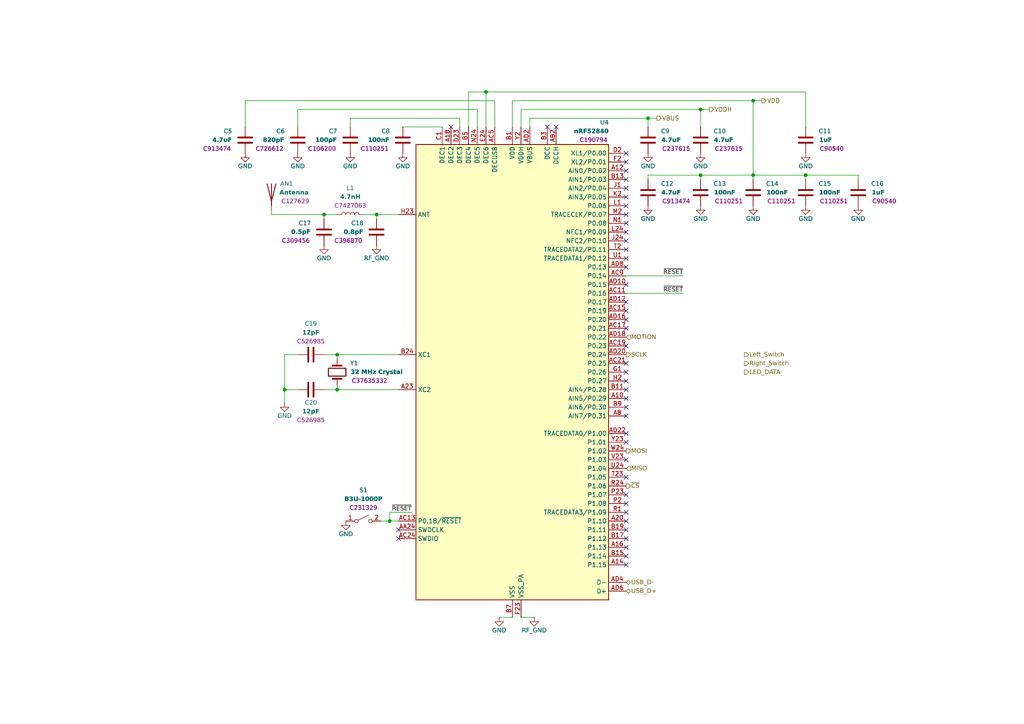
<source format=kicad_sch>
(kicad_sch
	(version 20231120)
	(generator "eeschema")
	(generator_version "8.0")
	(uuid "8503ddf0-2ee7-4a49-94cb-08817332fbb9")
	(paper "A4")
	(title_block
		(title "HexTrack PCB")
		(date "2025-02-01")
		(rev "v0.0.2")
		(company "TMShader")
		(comment 9 "HexTrack")
	)
	(lib_symbols
		(symbol "Device:Antenna"
			(pin_numbers hide)
			(pin_names
				(offset 1.016) hide)
			(exclude_from_sim no)
			(in_bom yes)
			(on_board yes)
			(property "Reference" "AE"
				(at -1.905 1.905 0)
				(effects
					(font
						(size 1.27 1.27)
					)
					(justify right)
				)
			)
			(property "Value" "Antenna"
				(at -1.905 0 0)
				(effects
					(font
						(size 1.27 1.27)
					)
					(justify right)
				)
			)
			(property "Footprint" ""
				(at 0 0 0)
				(effects
					(font
						(size 1.27 1.27)
					)
					(hide yes)
				)
			)
			(property "Datasheet" "~"
				(at 0 0 0)
				(effects
					(font
						(size 1.27 1.27)
					)
					(hide yes)
				)
			)
			(property "Description" "Antenna"
				(at 0 0 0)
				(effects
					(font
						(size 1.27 1.27)
					)
					(hide yes)
				)
			)
			(property "ki_keywords" "antenna"
				(at 0 0 0)
				(effects
					(font
						(size 1.27 1.27)
					)
					(hide yes)
				)
			)
			(symbol "Antenna_0_1"
				(polyline
					(pts
						(xy 0 2.54) (xy 0 -3.81)
					)
					(stroke
						(width 0.254)
						(type default)
					)
					(fill
						(type none)
					)
				)
				(polyline
					(pts
						(xy 1.27 2.54) (xy 0 -2.54) (xy -1.27 2.54)
					)
					(stroke
						(width 0.254)
						(type default)
					)
					(fill
						(type none)
					)
				)
			)
			(symbol "Antenna_1_1"
				(pin input line
					(at 0 -5.08 90)
					(length 2.54)
					(name "A"
						(effects
							(font
								(size 1.27 1.27)
							)
						)
					)
					(number "1"
						(effects
							(font
								(size 1.27 1.27)
							)
						)
					)
				)
			)
		)
		(symbol "Device:C"
			(pin_numbers hide)
			(pin_names
				(offset 0.254)
			)
			(exclude_from_sim no)
			(in_bom yes)
			(on_board yes)
			(property "Reference" "C"
				(at 0.635 2.54 0)
				(effects
					(font
						(size 1.27 1.27)
					)
					(justify left)
				)
			)
			(property "Value" "C"
				(at 0.635 -2.54 0)
				(effects
					(font
						(size 1.27 1.27)
					)
					(justify left)
				)
			)
			(property "Footprint" ""
				(at 0.9652 -3.81 0)
				(effects
					(font
						(size 1.27 1.27)
					)
					(hide yes)
				)
			)
			(property "Datasheet" "~"
				(at 0 0 0)
				(effects
					(font
						(size 1.27 1.27)
					)
					(hide yes)
				)
			)
			(property "Description" "Unpolarized capacitor"
				(at 0 0 0)
				(effects
					(font
						(size 1.27 1.27)
					)
					(hide yes)
				)
			)
			(property "ki_keywords" "cap capacitor"
				(at 0 0 0)
				(effects
					(font
						(size 1.27 1.27)
					)
					(hide yes)
				)
			)
			(property "ki_fp_filters" "C_*"
				(at 0 0 0)
				(effects
					(font
						(size 1.27 1.27)
					)
					(hide yes)
				)
			)
			(symbol "C_0_1"
				(polyline
					(pts
						(xy -2.032 -0.762) (xy 2.032 -0.762)
					)
					(stroke
						(width 0.508)
						(type default)
					)
					(fill
						(type none)
					)
				)
				(polyline
					(pts
						(xy -2.032 0.762) (xy 2.032 0.762)
					)
					(stroke
						(width 0.508)
						(type default)
					)
					(fill
						(type none)
					)
				)
			)
			(symbol "C_1_1"
				(pin passive line
					(at 0 3.81 270)
					(length 2.794)
					(name "~"
						(effects
							(font
								(size 1.27 1.27)
							)
						)
					)
					(number "1"
						(effects
							(font
								(size 1.27 1.27)
							)
						)
					)
				)
				(pin passive line
					(at 0 -3.81 90)
					(length 2.794)
					(name "~"
						(effects
							(font
								(size 1.27 1.27)
							)
						)
					)
					(number "2"
						(effects
							(font
								(size 1.27 1.27)
							)
						)
					)
				)
			)
		)
		(symbol "Device:Crystal"
			(pin_numbers hide)
			(pin_names
				(offset 1.016) hide)
			(exclude_from_sim no)
			(in_bom yes)
			(on_board yes)
			(property "Reference" "Y"
				(at 0 3.81 0)
				(effects
					(font
						(size 1.27 1.27)
					)
				)
			)
			(property "Value" "Crystal"
				(at 0 -3.81 0)
				(effects
					(font
						(size 1.27 1.27)
					)
				)
			)
			(property "Footprint" ""
				(at 0 0 0)
				(effects
					(font
						(size 1.27 1.27)
					)
					(hide yes)
				)
			)
			(property "Datasheet" "~"
				(at 0 0 0)
				(effects
					(font
						(size 1.27 1.27)
					)
					(hide yes)
				)
			)
			(property "Description" "Two pin crystal"
				(at 0 0 0)
				(effects
					(font
						(size 1.27 1.27)
					)
					(hide yes)
				)
			)
			(property "ki_keywords" "quartz ceramic resonator oscillator"
				(at 0 0 0)
				(effects
					(font
						(size 1.27 1.27)
					)
					(hide yes)
				)
			)
			(property "ki_fp_filters" "Crystal*"
				(at 0 0 0)
				(effects
					(font
						(size 1.27 1.27)
					)
					(hide yes)
				)
			)
			(symbol "Crystal_0_1"
				(rectangle
					(start -1.143 2.54)
					(end 1.143 -2.54)
					(stroke
						(width 0.3048)
						(type default)
					)
					(fill
						(type none)
					)
				)
				(polyline
					(pts
						(xy -2.54 0) (xy -1.905 0)
					)
					(stroke
						(width 0)
						(type default)
					)
					(fill
						(type none)
					)
				)
				(polyline
					(pts
						(xy -1.905 -1.27) (xy -1.905 1.27)
					)
					(stroke
						(width 0.508)
						(type default)
					)
					(fill
						(type none)
					)
				)
				(polyline
					(pts
						(xy 1.905 -1.27) (xy 1.905 1.27)
					)
					(stroke
						(width 0.508)
						(type default)
					)
					(fill
						(type none)
					)
				)
				(polyline
					(pts
						(xy 2.54 0) (xy 1.905 0)
					)
					(stroke
						(width 0)
						(type default)
					)
					(fill
						(type none)
					)
				)
			)
			(symbol "Crystal_1_1"
				(pin passive line
					(at -3.81 0 0)
					(length 1.27)
					(name "1"
						(effects
							(font
								(size 1.27 1.27)
							)
						)
					)
					(number "1"
						(effects
							(font
								(size 1.27 1.27)
							)
						)
					)
				)
				(pin passive line
					(at 3.81 0 180)
					(length 1.27)
					(name "2"
						(effects
							(font
								(size 1.27 1.27)
							)
						)
					)
					(number "2"
						(effects
							(font
								(size 1.27 1.27)
							)
						)
					)
				)
			)
		)
		(symbol "Device:L"
			(pin_numbers hide)
			(pin_names
				(offset 1.016) hide)
			(exclude_from_sim no)
			(in_bom yes)
			(on_board yes)
			(property "Reference" "L"
				(at -1.27 0 90)
				(effects
					(font
						(size 1.27 1.27)
					)
				)
			)
			(property "Value" "L"
				(at 1.905 0 90)
				(effects
					(font
						(size 1.27 1.27)
					)
				)
			)
			(property "Footprint" ""
				(at 0 0 0)
				(effects
					(font
						(size 1.27 1.27)
					)
					(hide yes)
				)
			)
			(property "Datasheet" "~"
				(at 0 0 0)
				(effects
					(font
						(size 1.27 1.27)
					)
					(hide yes)
				)
			)
			(property "Description" "Inductor"
				(at 0 0 0)
				(effects
					(font
						(size 1.27 1.27)
					)
					(hide yes)
				)
			)
			(property "ki_keywords" "inductor choke coil reactor magnetic"
				(at 0 0 0)
				(effects
					(font
						(size 1.27 1.27)
					)
					(hide yes)
				)
			)
			(property "ki_fp_filters" "Choke_* *Coil* Inductor_* L_*"
				(at 0 0 0)
				(effects
					(font
						(size 1.27 1.27)
					)
					(hide yes)
				)
			)
			(symbol "L_0_1"
				(arc
					(start 0 -2.54)
					(mid 0.6323 -1.905)
					(end 0 -1.27)
					(stroke
						(width 0)
						(type default)
					)
					(fill
						(type none)
					)
				)
				(arc
					(start 0 -1.27)
					(mid 0.6323 -0.635)
					(end 0 0)
					(stroke
						(width 0)
						(type default)
					)
					(fill
						(type none)
					)
				)
				(arc
					(start 0 0)
					(mid 0.6323 0.635)
					(end 0 1.27)
					(stroke
						(width 0)
						(type default)
					)
					(fill
						(type none)
					)
				)
				(arc
					(start 0 1.27)
					(mid 0.6323 1.905)
					(end 0 2.54)
					(stroke
						(width 0)
						(type default)
					)
					(fill
						(type none)
					)
				)
			)
			(symbol "L_1_1"
				(pin passive line
					(at 0 3.81 270)
					(length 1.27)
					(name "1"
						(effects
							(font
								(size 1.27 1.27)
							)
						)
					)
					(number "1"
						(effects
							(font
								(size 1.27 1.27)
							)
						)
					)
				)
				(pin passive line
					(at 0 -3.81 90)
					(length 1.27)
					(name "2"
						(effects
							(font
								(size 1.27 1.27)
							)
						)
					)
					(number "2"
						(effects
							(font
								(size 1.27 1.27)
							)
						)
					)
				)
			)
		)
		(symbol "MCU_Nordic:nRF52840"
			(exclude_from_sim no)
			(in_bom yes)
			(on_board yes)
			(property "Reference" "U"
				(at 0 5.08 0)
				(effects
					(font
						(size 1.27 1.27)
					)
				)
			)
			(property "Value" "nRF52840"
				(at 0 2.54 0)
				(effects
					(font
						(size 1.27 1.27)
					)
				)
			)
			(property "Footprint" "Package_DFN_QFN:Nordic_AQFN-73-1EP_7x7mm_P0.5mm"
				(at 0 -73.66 0)
				(effects
					(font
						(size 1.27 1.27)
					)
					(hide yes)
				)
			)
			(property "Datasheet" "http://infocenter.nordicsemi.com/topic/com.nordic.infocenter.nrf52/dita/nrf52/chips/nrf52840.html"
				(at -16.51 48.26 0)
				(effects
					(font
						(size 1.27 1.27)
					)
					(hide yes)
				)
			)
			(property "Description" "Multiprotocol BLE/ANT/2.4 GHz/802.15.4 Cortex-M4F SoC, AQFN-73"
				(at 0 0 0)
				(effects
					(font
						(size 1.27 1.27)
					)
					(hide yes)
				)
			)
			(property "ki_keywords" "MCU ARM BLE ANT 2.4GHz 802.15.4"
				(at 0 0 0)
				(effects
					(font
						(size 1.27 1.27)
					)
					(hide yes)
				)
			)
			(property "ki_fp_filters" "Nordic*AQFN*1EP*7x7mm*P0.5mm*"
				(at 0 0 0)
				(effects
					(font
						(size 1.27 1.27)
					)
					(hide yes)
				)
			)
			(symbol "nRF52840_0_1"
				(rectangle
					(start -27.94 66.04)
					(end 27.94 -66.04)
					(stroke
						(width 0.254)
						(type default)
					)
					(fill
						(type background)
					)
				)
			)
			(symbol "nRF52840_1_1"
				(pin bidirectional line
					(at 33.02 -7.62 180)
					(length 5.08)
					(name "AIN5/P0.29"
						(effects
							(font
								(size 1.27 1.27)
							)
						)
					)
					(number "A10"
						(effects
							(font
								(size 1.27 1.27)
							)
						)
					)
				)
				(pin bidirectional line
					(at 33.02 58.42 180)
					(length 5.08)
					(name "AIN0/P0.02"
						(effects
							(font
								(size 1.27 1.27)
							)
						)
					)
					(number "A12"
						(effects
							(font
								(size 1.27 1.27)
							)
						)
					)
				)
				(pin bidirectional line
					(at 33.02 -55.88 180)
					(length 5.08)
					(name "P1.15"
						(effects
							(font
								(size 1.27 1.27)
							)
						)
					)
					(number "A14"
						(effects
							(font
								(size 1.27 1.27)
							)
						)
					)
				)
				(pin bidirectional line
					(at 33.02 -50.8 180)
					(length 5.08)
					(name "P1.13"
						(effects
							(font
								(size 1.27 1.27)
							)
						)
					)
					(number "A16"
						(effects
							(font
								(size 1.27 1.27)
							)
						)
					)
				)
				(pin passive line
					(at -17.78 71.12 270)
					(length 5.08)
					(name "DEC2"
						(effects
							(font
								(size 1.27 1.27)
							)
						)
					)
					(number "A18"
						(effects
							(font
								(size 1.27 1.27)
							)
						)
					)
				)
				(pin bidirectional line
					(at 33.02 -43.18 180)
					(length 5.08)
					(name "P1.10"
						(effects
							(font
								(size 1.27 1.27)
							)
						)
					)
					(number "A20"
						(effects
							(font
								(size 1.27 1.27)
							)
						)
					)
				)
				(pin passive line
					(at 0 71.12 270)
					(length 5.08) hide
					(name "VDD"
						(effects
							(font
								(size 1.27 1.27)
							)
						)
					)
					(number "A22"
						(effects
							(font
								(size 1.27 1.27)
							)
						)
					)
				)
				(pin input line
					(at -33.02 -5.08 0)
					(length 5.08)
					(name "XC2"
						(effects
							(font
								(size 1.27 1.27)
							)
						)
					)
					(number "A23"
						(effects
							(font
								(size 1.27 1.27)
							)
						)
					)
				)
				(pin bidirectional line
					(at 33.02 -12.7 180)
					(length 5.08)
					(name "AIN7/P0.31"
						(effects
							(font
								(size 1.27 1.27)
							)
						)
					)
					(number "A8"
						(effects
							(font
								(size 1.27 1.27)
							)
						)
					)
				)
				(pin input line
					(at -33.02 -45.72 0)
					(length 5.08)
					(name "SWDCLK"
						(effects
							(font
								(size 1.27 1.27)
							)
						)
					)
					(number "AA24"
						(effects
							(font
								(size 1.27 1.27)
							)
						)
					)
				)
				(pin power_out line
					(at 12.7 71.12 270)
					(length 5.08)
					(name "DCCH"
						(effects
							(font
								(size 1.27 1.27)
							)
						)
					)
					(number "AB2"
						(effects
							(font
								(size 1.27 1.27)
							)
						)
					)
				)
				(pin bidirectional line
					(at 33.02 22.86 180)
					(length 5.08)
					(name "P0.16"
						(effects
							(font
								(size 1.27 1.27)
							)
						)
					)
					(number "AC11"
						(effects
							(font
								(size 1.27 1.27)
							)
						)
					)
				)
				(pin bidirectional line
					(at -33.02 -43.18 0)
					(length 5.08)
					(name "P0.18/~{RESET}"
						(effects
							(font
								(size 1.27 1.27)
							)
						)
					)
					(number "AC13"
						(effects
							(font
								(size 1.27 1.27)
							)
						)
					)
				)
				(pin bidirectional line
					(at 33.02 17.78 180)
					(length 5.08)
					(name "P0.19"
						(effects
							(font
								(size 1.27 1.27)
							)
						)
					)
					(number "AC15"
						(effects
							(font
								(size 1.27 1.27)
							)
						)
					)
				)
				(pin bidirectional line
					(at 33.02 12.7 180)
					(length 5.08)
					(name "P0.21"
						(effects
							(font
								(size 1.27 1.27)
							)
						)
					)
					(number "AC17"
						(effects
							(font
								(size 1.27 1.27)
							)
						)
					)
				)
				(pin bidirectional line
					(at 33.02 7.62 180)
					(length 5.08)
					(name "P0.23"
						(effects
							(font
								(size 1.27 1.27)
							)
						)
					)
					(number "AC19"
						(effects
							(font
								(size 1.27 1.27)
							)
						)
					)
				)
				(pin bidirectional line
					(at 33.02 2.54 180)
					(length 5.08)
					(name "P0.25"
						(effects
							(font
								(size 1.27 1.27)
							)
						)
					)
					(number "AC21"
						(effects
							(font
								(size 1.27 1.27)
							)
						)
					)
				)
				(pin bidirectional line
					(at -33.02 -48.26 0)
					(length 5.08)
					(name "SWDIO"
						(effects
							(font
								(size 1.27 1.27)
							)
						)
					)
					(number "AC24"
						(effects
							(font
								(size 1.27 1.27)
							)
						)
					)
				)
				(pin passive line
					(at -5.08 71.12 270)
					(length 5.08)
					(name "DECUSB"
						(effects
							(font
								(size 1.27 1.27)
							)
						)
					)
					(number "AC5"
						(effects
							(font
								(size 1.27 1.27)
							)
						)
					)
				)
				(pin bidirectional line
					(at 33.02 27.94 180)
					(length 5.08)
					(name "P0.14"
						(effects
							(font
								(size 1.27 1.27)
							)
						)
					)
					(number "AC9"
						(effects
							(font
								(size 1.27 1.27)
							)
						)
					)
				)
				(pin bidirectional line
					(at 33.02 25.4 180)
					(length 5.08)
					(name "P0.15"
						(effects
							(font
								(size 1.27 1.27)
							)
						)
					)
					(number "AD10"
						(effects
							(font
								(size 1.27 1.27)
							)
						)
					)
				)
				(pin bidirectional line
					(at 33.02 20.32 180)
					(length 5.08)
					(name "P0.17"
						(effects
							(font
								(size 1.27 1.27)
							)
						)
					)
					(number "AD12"
						(effects
							(font
								(size 1.27 1.27)
							)
						)
					)
				)
				(pin passive line
					(at 0 71.12 270)
					(length 5.08) hide
					(name "VDD"
						(effects
							(font
								(size 1.27 1.27)
							)
						)
					)
					(number "AD14"
						(effects
							(font
								(size 1.27 1.27)
							)
						)
					)
				)
				(pin bidirectional line
					(at 33.02 15.24 180)
					(length 5.08)
					(name "P0.20"
						(effects
							(font
								(size 1.27 1.27)
							)
						)
					)
					(number "AD16"
						(effects
							(font
								(size 1.27 1.27)
							)
						)
					)
				)
				(pin bidirectional line
					(at 33.02 10.16 180)
					(length 5.08)
					(name "P0.22"
						(effects
							(font
								(size 1.27 1.27)
							)
						)
					)
					(number "AD18"
						(effects
							(font
								(size 1.27 1.27)
							)
						)
					)
				)
				(pin power_in line
					(at 5.08 71.12 270)
					(length 5.08)
					(name "VBUS"
						(effects
							(font
								(size 1.27 1.27)
							)
						)
					)
					(number "AD2"
						(effects
							(font
								(size 1.27 1.27)
							)
						)
					)
				)
				(pin bidirectional line
					(at 33.02 5.08 180)
					(length 5.08)
					(name "P0.24"
						(effects
							(font
								(size 1.27 1.27)
							)
						)
					)
					(number "AD20"
						(effects
							(font
								(size 1.27 1.27)
							)
						)
					)
				)
				(pin bidirectional line
					(at 33.02 -17.78 180)
					(length 5.08)
					(name "TRACEDATA0/P1.00"
						(effects
							(font
								(size 1.27 1.27)
							)
						)
					)
					(number "AD22"
						(effects
							(font
								(size 1.27 1.27)
							)
						)
					)
				)
				(pin passive line
					(at 0 71.12 270)
					(length 5.08) hide
					(name "VDD"
						(effects
							(font
								(size 1.27 1.27)
							)
						)
					)
					(number "AD23"
						(effects
							(font
								(size 1.27 1.27)
							)
						)
					)
				)
				(pin bidirectional line
					(at 33.02 -60.96 180)
					(length 5.08)
					(name "D-"
						(effects
							(font
								(size 1.27 1.27)
							)
						)
					)
					(number "AD4"
						(effects
							(font
								(size 1.27 1.27)
							)
						)
					)
				)
				(pin bidirectional line
					(at 33.02 -63.5 180)
					(length 5.08)
					(name "D+"
						(effects
							(font
								(size 1.27 1.27)
							)
						)
					)
					(number "AD6"
						(effects
							(font
								(size 1.27 1.27)
							)
						)
					)
				)
				(pin bidirectional line
					(at 33.02 30.48 180)
					(length 5.08)
					(name "P0.13"
						(effects
							(font
								(size 1.27 1.27)
							)
						)
					)
					(number "AD8"
						(effects
							(font
								(size 1.27 1.27)
							)
						)
					)
				)
				(pin power_in line
					(at 0 71.12 270)
					(length 5.08)
					(name "VDD"
						(effects
							(font
								(size 1.27 1.27)
							)
						)
					)
					(number "B1"
						(effects
							(font
								(size 1.27 1.27)
							)
						)
					)
				)
				(pin bidirectional line
					(at 33.02 -5.08 180)
					(length 5.08)
					(name "AIN4/P0.28"
						(effects
							(font
								(size 1.27 1.27)
							)
						)
					)
					(number "B11"
						(effects
							(font
								(size 1.27 1.27)
							)
						)
					)
				)
				(pin bidirectional line
					(at 33.02 55.88 180)
					(length 5.08)
					(name "AIN1/P0.03"
						(effects
							(font
								(size 1.27 1.27)
							)
						)
					)
					(number "B13"
						(effects
							(font
								(size 1.27 1.27)
							)
						)
					)
				)
				(pin bidirectional line
					(at 33.02 -53.34 180)
					(length 5.08)
					(name "P1.14"
						(effects
							(font
								(size 1.27 1.27)
							)
						)
					)
					(number "B15"
						(effects
							(font
								(size 1.27 1.27)
							)
						)
					)
				)
				(pin bidirectional line
					(at 33.02 -48.26 180)
					(length 5.08)
					(name "P1.12"
						(effects
							(font
								(size 1.27 1.27)
							)
						)
					)
					(number "B17"
						(effects
							(font
								(size 1.27 1.27)
							)
						)
					)
				)
				(pin bidirectional line
					(at 33.02 -45.72 180)
					(length 5.08)
					(name "P1.11"
						(effects
							(font
								(size 1.27 1.27)
							)
						)
					)
					(number "B19"
						(effects
							(font
								(size 1.27 1.27)
							)
						)
					)
				)
				(pin input line
					(at -33.02 5.08 0)
					(length 5.08)
					(name "XC1"
						(effects
							(font
								(size 1.27 1.27)
							)
						)
					)
					(number "B24"
						(effects
							(font
								(size 1.27 1.27)
							)
						)
					)
				)
				(pin power_out line
					(at 10.16 71.12 270)
					(length 5.08)
					(name "DCC"
						(effects
							(font
								(size 1.27 1.27)
							)
						)
					)
					(number "B3"
						(effects
							(font
								(size 1.27 1.27)
							)
						)
					)
				)
				(pin passive line
					(at -12.7 71.12 270)
					(length 5.08)
					(name "DEC4"
						(effects
							(font
								(size 1.27 1.27)
							)
						)
					)
					(number "B5"
						(effects
							(font
								(size 1.27 1.27)
							)
						)
					)
				)
				(pin power_in line
					(at 0 -71.12 90)
					(length 5.08)
					(name "VSS"
						(effects
							(font
								(size 1.27 1.27)
							)
						)
					)
					(number "B7"
						(effects
							(font
								(size 1.27 1.27)
							)
						)
					)
				)
				(pin bidirectional line
					(at 33.02 -10.16 180)
					(length 5.08)
					(name "AIN6/P0.30"
						(effects
							(font
								(size 1.27 1.27)
							)
						)
					)
					(number "B9"
						(effects
							(font
								(size 1.27 1.27)
							)
						)
					)
				)
				(pin passive line
					(at -20.32 71.12 270)
					(length 5.08)
					(name "DEC1"
						(effects
							(font
								(size 1.27 1.27)
							)
						)
					)
					(number "C1"
						(effects
							(font
								(size 1.27 1.27)
							)
						)
					)
				)
				(pin bidirectional line
					(at 33.02 63.5 180)
					(length 5.08)
					(name "XL1/P0.00"
						(effects
							(font
								(size 1.27 1.27)
							)
						)
					)
					(number "D2"
						(effects
							(font
								(size 1.27 1.27)
							)
						)
					)
				)
				(pin passive line
					(at -15.24 71.12 270)
					(length 5.08)
					(name "DEC3"
						(effects
							(font
								(size 1.27 1.27)
							)
						)
					)
					(number "D23"
						(effects
							(font
								(size 1.27 1.27)
							)
						)
					)
				)
				(pin passive line
					(at -7.62 71.12 270)
					(length 5.08)
					(name "DEC6"
						(effects
							(font
								(size 1.27 1.27)
							)
						)
					)
					(number "E24"
						(effects
							(font
								(size 1.27 1.27)
							)
						)
					)
				)
				(pin passive line
					(at 0 -71.12 90)
					(length 5.08) hide
					(name "VSS"
						(effects
							(font
								(size 1.27 1.27)
							)
						)
					)
					(number "EP"
						(effects
							(font
								(size 1.27 1.27)
							)
						)
					)
				)
				(pin bidirectional line
					(at 33.02 60.96 180)
					(length 5.08)
					(name "XL2/P0.01"
						(effects
							(font
								(size 1.27 1.27)
							)
						)
					)
					(number "F2"
						(effects
							(font
								(size 1.27 1.27)
							)
						)
					)
				)
				(pin power_in line
					(at 2.54 -71.12 90)
					(length 5.08)
					(name "VSS_PA"
						(effects
							(font
								(size 1.27 1.27)
							)
						)
					)
					(number "F23"
						(effects
							(font
								(size 1.27 1.27)
							)
						)
					)
				)
				(pin bidirectional line
					(at 33.02 0 180)
					(length 5.08)
					(name "P0.26"
						(effects
							(font
								(size 1.27 1.27)
							)
						)
					)
					(number "G1"
						(effects
							(font
								(size 1.27 1.27)
							)
						)
					)
				)
				(pin bidirectional line
					(at 33.02 -2.54 180)
					(length 5.08)
					(name "P0.27"
						(effects
							(font
								(size 1.27 1.27)
							)
						)
					)
					(number "H2"
						(effects
							(font
								(size 1.27 1.27)
							)
						)
					)
				)
				(pin passive line
					(at -33.02 45.72 0)
					(length 5.08)
					(name "ANT"
						(effects
							(font
								(size 1.27 1.27)
							)
						)
					)
					(number "H23"
						(effects
							(font
								(size 1.27 1.27)
							)
						)
					)
				)
				(pin bidirectional line
					(at 33.02 53.34 180)
					(length 5.08)
					(name "AIN2/P0.04"
						(effects
							(font
								(size 1.27 1.27)
							)
						)
					)
					(number "J1"
						(effects
							(font
								(size 1.27 1.27)
							)
						)
					)
				)
				(pin bidirectional line
					(at 33.02 38.1 180)
					(length 5.08)
					(name "NFC2/P0.10"
						(effects
							(font
								(size 1.27 1.27)
							)
						)
					)
					(number "J24"
						(effects
							(font
								(size 1.27 1.27)
							)
						)
					)
				)
				(pin bidirectional line
					(at 33.02 50.8 180)
					(length 5.08)
					(name "AIN3/P0.05"
						(effects
							(font
								(size 1.27 1.27)
							)
						)
					)
					(number "K2"
						(effects
							(font
								(size 1.27 1.27)
							)
						)
					)
				)
				(pin bidirectional line
					(at 33.02 48.26 180)
					(length 5.08)
					(name "P0.06"
						(effects
							(font
								(size 1.27 1.27)
							)
						)
					)
					(number "L1"
						(effects
							(font
								(size 1.27 1.27)
							)
						)
					)
				)
				(pin bidirectional line
					(at 33.02 40.64 180)
					(length 5.08)
					(name "NFC1/P0.09"
						(effects
							(font
								(size 1.27 1.27)
							)
						)
					)
					(number "L24"
						(effects
							(font
								(size 1.27 1.27)
							)
						)
					)
				)
				(pin bidirectional line
					(at 33.02 45.72 180)
					(length 5.08)
					(name "TRACECLK/P0.07"
						(effects
							(font
								(size 1.27 1.27)
							)
						)
					)
					(number "M2"
						(effects
							(font
								(size 1.27 1.27)
							)
						)
					)
				)
				(pin bidirectional line
					(at 33.02 43.18 180)
					(length 5.08)
					(name "P0.08"
						(effects
							(font
								(size 1.27 1.27)
							)
						)
					)
					(number "N1"
						(effects
							(font
								(size 1.27 1.27)
							)
						)
					)
				)
				(pin passive line
					(at -10.16 71.12 270)
					(length 5.08)
					(name "DEC5"
						(effects
							(font
								(size 1.27 1.27)
							)
						)
					)
					(number "N24"
						(effects
							(font
								(size 1.27 1.27)
							)
						)
					)
				)
				(pin bidirectional line
					(at 33.02 -38.1 180)
					(length 5.08)
					(name "P1.08"
						(effects
							(font
								(size 1.27 1.27)
							)
						)
					)
					(number "P2"
						(effects
							(font
								(size 1.27 1.27)
							)
						)
					)
				)
				(pin bidirectional line
					(at 33.02 -35.56 180)
					(length 5.08)
					(name "P1.07"
						(effects
							(font
								(size 1.27 1.27)
							)
						)
					)
					(number "P23"
						(effects
							(font
								(size 1.27 1.27)
							)
						)
					)
				)
				(pin bidirectional line
					(at 33.02 -40.64 180)
					(length 5.08)
					(name "TRACEDATA3/P1.09"
						(effects
							(font
								(size 1.27 1.27)
							)
						)
					)
					(number "R1"
						(effects
							(font
								(size 1.27 1.27)
							)
						)
					)
				)
				(pin bidirectional line
					(at 33.02 -33.02 180)
					(length 5.08)
					(name "P1.06"
						(effects
							(font
								(size 1.27 1.27)
							)
						)
					)
					(number "R24"
						(effects
							(font
								(size 1.27 1.27)
							)
						)
					)
				)
				(pin bidirectional line
					(at 33.02 35.56 180)
					(length 5.08)
					(name "TRACEDATA2/P0.11"
						(effects
							(font
								(size 1.27 1.27)
							)
						)
					)
					(number "T2"
						(effects
							(font
								(size 1.27 1.27)
							)
						)
					)
				)
				(pin bidirectional line
					(at 33.02 -30.48 180)
					(length 5.08)
					(name "P1.05"
						(effects
							(font
								(size 1.27 1.27)
							)
						)
					)
					(number "T23"
						(effects
							(font
								(size 1.27 1.27)
							)
						)
					)
				)
				(pin bidirectional line
					(at 33.02 33.02 180)
					(length 5.08)
					(name "TRACEDATA1/P0.12"
						(effects
							(font
								(size 1.27 1.27)
							)
						)
					)
					(number "U1"
						(effects
							(font
								(size 1.27 1.27)
							)
						)
					)
				)
				(pin bidirectional line
					(at 33.02 -27.94 180)
					(length 5.08)
					(name "P1.04"
						(effects
							(font
								(size 1.27 1.27)
							)
						)
					)
					(number "U24"
						(effects
							(font
								(size 1.27 1.27)
							)
						)
					)
				)
				(pin bidirectional line
					(at 33.02 -25.4 180)
					(length 5.08)
					(name "P1.03"
						(effects
							(font
								(size 1.27 1.27)
							)
						)
					)
					(number "V23"
						(effects
							(font
								(size 1.27 1.27)
							)
						)
					)
				)
				(pin passive line
					(at 0 71.12 270)
					(length 5.08) hide
					(name "VDD"
						(effects
							(font
								(size 1.27 1.27)
							)
						)
					)
					(number "W1"
						(effects
							(font
								(size 1.27 1.27)
							)
						)
					)
				)
				(pin bidirectional line
					(at 33.02 -22.86 180)
					(length 5.08)
					(name "P1.02"
						(effects
							(font
								(size 1.27 1.27)
							)
						)
					)
					(number "W24"
						(effects
							(font
								(size 1.27 1.27)
							)
						)
					)
				)
				(pin power_in line
					(at 2.54 71.12 270)
					(length 5.08)
					(name "VDDH"
						(effects
							(font
								(size 1.27 1.27)
							)
						)
					)
					(number "Y2"
						(effects
							(font
								(size 1.27 1.27)
							)
						)
					)
				)
				(pin bidirectional line
					(at 33.02 -20.32 180)
					(length 5.08)
					(name "P1.01"
						(effects
							(font
								(size 1.27 1.27)
							)
						)
					)
					(number "Y23"
						(effects
							(font
								(size 1.27 1.27)
							)
						)
					)
				)
			)
		)
		(symbol "Switch:SW_SPST"
			(pin_names
				(offset 0) hide)
			(exclude_from_sim no)
			(in_bom yes)
			(on_board yes)
			(property "Reference" "SW"
				(at 0 3.175 0)
				(effects
					(font
						(size 1.27 1.27)
					)
				)
			)
			(property "Value" "SW_SPST"
				(at 0 -2.54 0)
				(effects
					(font
						(size 1.27 1.27)
					)
				)
			)
			(property "Footprint" ""
				(at 0 0 0)
				(effects
					(font
						(size 1.27 1.27)
					)
					(hide yes)
				)
			)
			(property "Datasheet" "~"
				(at 0 0 0)
				(effects
					(font
						(size 1.27 1.27)
					)
					(hide yes)
				)
			)
			(property "Description" "Single Pole Single Throw (SPST) switch"
				(at 0 0 0)
				(effects
					(font
						(size 1.27 1.27)
					)
					(hide yes)
				)
			)
			(property "ki_keywords" "switch lever"
				(at 0 0 0)
				(effects
					(font
						(size 1.27 1.27)
					)
					(hide yes)
				)
			)
			(symbol "SW_SPST_0_0"
				(circle
					(center -2.032 0)
					(radius 0.508)
					(stroke
						(width 0)
						(type default)
					)
					(fill
						(type none)
					)
				)
				(polyline
					(pts
						(xy -1.524 0.254) (xy 1.524 1.778)
					)
					(stroke
						(width 0)
						(type default)
					)
					(fill
						(type none)
					)
				)
				(circle
					(center 2.032 0)
					(radius 0.508)
					(stroke
						(width 0)
						(type default)
					)
					(fill
						(type none)
					)
				)
			)
			(symbol "SW_SPST_1_1"
				(pin passive line
					(at -5.08 0 0)
					(length 2.54)
					(name "A"
						(effects
							(font
								(size 1.27 1.27)
							)
						)
					)
					(number "1"
						(effects
							(font
								(size 1.27 1.27)
							)
						)
					)
				)
				(pin passive line
					(at 5.08 0 180)
					(length 2.54)
					(name "B"
						(effects
							(font
								(size 1.27 1.27)
							)
						)
					)
					(number "2"
						(effects
							(font
								(size 1.27 1.27)
							)
						)
					)
				)
			)
		)
		(symbol "power:GND"
			(power)
			(pin_numbers hide)
			(pin_names
				(offset 0) hide)
			(exclude_from_sim no)
			(in_bom yes)
			(on_board yes)
			(property "Reference" "#PWR"
				(at 0 -6.35 0)
				(effects
					(font
						(size 1.27 1.27)
					)
					(hide yes)
				)
			)
			(property "Value" "GND"
				(at 0 -3.81 0)
				(effects
					(font
						(size 1.27 1.27)
					)
				)
			)
			(property "Footprint" ""
				(at 0 0 0)
				(effects
					(font
						(size 1.27 1.27)
					)
					(hide yes)
				)
			)
			(property "Datasheet" ""
				(at 0 0 0)
				(effects
					(font
						(size 1.27 1.27)
					)
					(hide yes)
				)
			)
			(property "Description" "Power symbol creates a global label with name \"GND\" , ground"
				(at 0 0 0)
				(effects
					(font
						(size 1.27 1.27)
					)
					(hide yes)
				)
			)
			(property "ki_keywords" "global power"
				(at 0 0 0)
				(effects
					(font
						(size 1.27 1.27)
					)
					(hide yes)
				)
			)
			(symbol "GND_0_1"
				(polyline
					(pts
						(xy 0 0) (xy 0 -1.27) (xy 1.27 -1.27) (xy 0 -2.54) (xy -1.27 -1.27) (xy 0 -1.27)
					)
					(stroke
						(width 0)
						(type default)
					)
					(fill
						(type none)
					)
				)
			)
			(symbol "GND_1_1"
				(pin power_in line
					(at 0 0 270)
					(length 0)
					(name "~"
						(effects
							(font
								(size 1.27 1.27)
							)
						)
					)
					(number "1"
						(effects
							(font
								(size 1.27 1.27)
							)
						)
					)
				)
			)
		)
	)
	(junction
		(at 203.2 50.8)
		(diameter 0)
		(color 0 0 0 0)
		(uuid "04faed96-75f5-4bad-9203-52051c7235ea")
	)
	(junction
		(at 93.98 62.23)
		(diameter 0)
		(color 0 0 0 0)
		(uuid "109f1636-7eda-44b2-8a1e-75c5f3c6d2e5")
	)
	(junction
		(at 140.97 26.67)
		(diameter 0)
		(color 0 0 0 0)
		(uuid "1198e7b0-e345-4274-b57c-23974c396eae")
	)
	(junction
		(at 97.79 113.03)
		(diameter 0)
		(color 0 0 0 0)
		(uuid "327b4aca-3070-4cff-a24c-c697aeaed82d")
	)
	(junction
		(at 82.55 113.03)
		(diameter 0)
		(color 0 0 0 0)
		(uuid "46f5e136-4fa7-4a26-96ca-6306516c4815")
	)
	(junction
		(at 97.79 102.87)
		(diameter 0)
		(color 0 0 0 0)
		(uuid "54dda5b0-38d1-43a8-9825-020b7a8226b5")
	)
	(junction
		(at 109.22 62.23)
		(diameter 0)
		(color 0 0 0 0)
		(uuid "95f4c38a-41a7-419f-be62-8d92500e1761")
	)
	(junction
		(at 187.96 34.29)
		(diameter 0)
		(color 0 0 0 0)
		(uuid "b28c2de9-a838-4b77-9baa-56f5e57de17b")
	)
	(junction
		(at 113.03 151.13)
		(diameter 0)
		(color 0 0 0 0)
		(uuid "bc7c2e74-51db-4065-b13c-d5b24fe13718")
	)
	(junction
		(at 218.44 50.8)
		(diameter 0)
		(color 0 0 0 0)
		(uuid "c595c530-1886-46b1-937f-0a358eece19c")
	)
	(junction
		(at 218.44 29.21)
		(diameter 0)
		(color 0 0 0 0)
		(uuid "e263881f-6496-4655-baef-87508c3bf27e")
	)
	(junction
		(at 233.68 50.8)
		(diameter 0)
		(color 0 0 0 0)
		(uuid "f8958f35-b68e-43d9-89c8-ad7767aaa2a2")
	)
	(junction
		(at 203.2 31.75)
		(diameter 0)
		(color 0 0 0 0)
		(uuid "fe44e6b6-2ade-4400-8f01-e0b2e8f55801")
	)
	(no_connect
		(at 181.61 62.23)
		(uuid "013ee299-d8b5-4c3a-b61e-13719c065127")
	)
	(no_connect
		(at 181.61 138.43)
		(uuid "0a5d8474-11ee-4ffb-8c78-afc999a7f173")
	)
	(no_connect
		(at 181.61 74.93)
		(uuid "0e0b4695-b415-4206-9cbd-622944360f9d")
	)
	(no_connect
		(at 158.75 36.83)
		(uuid "1466e98c-2ca1-4906-841b-7a452988d7e1")
	)
	(no_connect
		(at 181.61 148.59)
		(uuid "16d5ca28-fdc6-46bf-908f-b080c26daf92")
	)
	(no_connect
		(at 181.61 82.55)
		(uuid "17bce51a-0bd4-480e-87ab-8757f3884fa0")
	)
	(no_connect
		(at 181.61 120.65)
		(uuid "1a6486f5-ed29-41d2-8b7b-06f8cf89d858")
	)
	(no_connect
		(at 181.61 115.57)
		(uuid "1d1e6a3a-50cc-4b12-a634-075c2eaa29df")
	)
	(no_connect
		(at 181.61 156.21)
		(uuid "2322b1d9-d229-4f11-9dab-1c37c64f0b6b")
	)
	(no_connect
		(at 181.61 57.15)
		(uuid "2d23e8c3-797d-4c9e-ab91-58f864f1f5ab")
	)
	(no_connect
		(at 181.61 113.03)
		(uuid "3f250d38-5bf6-4b17-8f93-e91794317dcf")
	)
	(no_connect
		(at 181.61 90.17)
		(uuid "3feb5cca-4dbb-4bf9-abf1-23fa10a3c3bc")
	)
	(no_connect
		(at 181.61 133.35)
		(uuid "4f98f728-5880-45ed-9fb5-05b6bc316005")
	)
	(no_connect
		(at 181.61 118.11)
		(uuid "52c89e66-765e-4062-86b0-17462138701d")
	)
	(no_connect
		(at 181.61 128.27)
		(uuid "56efa4f6-dfc8-4479-8e34-1f7ce960c5d1")
	)
	(no_connect
		(at 181.61 77.47)
		(uuid "5c5e59e9-a8ec-46c7-8c8b-f63adf34d19d")
	)
	(no_connect
		(at 181.61 107.95)
		(uuid "7043b2f7-7cd5-436a-b537-e78359e8c91c")
	)
	(no_connect
		(at 161.29 36.83)
		(uuid "70b00e84-d808-4069-8d20-5da1669a1ae0")
	)
	(no_connect
		(at 181.61 163.83)
		(uuid "741ebd40-b837-4137-8982-41eb2bb48be9")
	)
	(no_connect
		(at 181.61 125.73)
		(uuid "7a04c889-b5dd-43c3-b811-e9de3a42daf3")
	)
	(no_connect
		(at 181.61 146.05)
		(uuid "7adab271-e020-48e5-b032-8dae7521044e")
	)
	(no_connect
		(at 181.61 143.51)
		(uuid "7bd561d8-8516-4420-bf2f-6ba893ff442e")
	)
	(no_connect
		(at 181.61 110.49)
		(uuid "7fe6c381-5973-4b97-8a86-fab8f88f9d37")
	)
	(no_connect
		(at 115.57 156.21)
		(uuid "9a7ba19e-1d9c-46cb-8292-591dff2ef14f")
	)
	(no_connect
		(at 181.61 161.29)
		(uuid "9b776b00-4706-4a56-86f0-4e8377f60a73")
	)
	(no_connect
		(at 181.61 49.53)
		(uuid "a1fa3844-09ae-4d4e-b55a-6e585315a434")
	)
	(no_connect
		(at 181.61 64.77)
		(uuid "abb7b636-32b7-463a-90cd-5dc49d9d756f")
	)
	(no_connect
		(at 181.61 44.45)
		(uuid "ac5e1e19-4593-417d-8a47-3b863201a87d")
	)
	(no_connect
		(at 181.61 54.61)
		(uuid "b0b74c55-a09e-4fe5-941f-40cde8c5ce7b")
	)
	(no_connect
		(at 181.61 151.13)
		(uuid "b4921b20-25c9-45b1-9ffe-37b5a4959b21")
	)
	(no_connect
		(at 130.81 36.83)
		(uuid "bbbec6d6-fc58-49eb-92e4-46657d723c99")
	)
	(no_connect
		(at 181.61 52.07)
		(uuid "c86e7f18-898a-4b6e-97bf-459964380ab7")
	)
	(no_connect
		(at 181.61 46.99)
		(uuid "cf93daa9-9390-4a3d-a713-f0511068b71b")
	)
	(no_connect
		(at 181.61 59.69)
		(uuid "d5483db0-a0fe-4199-956b-2e57f4c11f6a")
	)
	(no_connect
		(at 181.61 69.85)
		(uuid "d700a305-875e-4405-af27-a4296fcd2a2d")
	)
	(no_connect
		(at 181.61 92.71)
		(uuid "d851a2c8-841b-4a5f-a3b9-19ac09f70463")
	)
	(no_connect
		(at 181.61 153.67)
		(uuid "e33701e5-7860-4ecd-8711-bd69e884342a")
	)
	(no_connect
		(at 181.61 87.63)
		(uuid "e597b4ea-2b5a-4303-9ead-0b2b798c5852")
	)
	(no_connect
		(at 115.57 153.67)
		(uuid "eea52657-d778-4011-986f-eff49c5f0044")
	)
	(no_connect
		(at 181.61 72.39)
		(uuid "ef1766ec-18bc-4b6b-8977-aec63e67770f")
	)
	(no_connect
		(at 181.61 105.41)
		(uuid "f09689a9-f56b-41ab-a228-9dc24421939c")
	)
	(no_connect
		(at 181.61 158.75)
		(uuid "f3dc6d20-7fb0-4d81-b4d1-0f09394a9113")
	)
	(no_connect
		(at 181.61 67.31)
		(uuid "f45d40e0-a8a0-4c1d-948d-5a4fdd52d8bf")
	)
	(no_connect
		(at 181.61 100.33)
		(uuid "f63e8a09-0902-4c28-ae6b-8daa8de38d6a")
	)
	(no_connect
		(at 181.61 95.25)
		(uuid "f9534226-95c0-43a5-a7d0-6451663733a3")
	)
	(wire
		(pts
			(xy 71.12 29.21) (xy 71.12 36.83)
		)
		(stroke
			(width 0)
			(type default)
		)
		(uuid "02a5fbb2-861a-482f-b0fe-0e01c44ef0ab")
	)
	(wire
		(pts
			(xy 93.98 113.03) (xy 97.79 113.03)
		)
		(stroke
			(width 0)
			(type default)
		)
		(uuid "10bc049a-ccd3-49cb-87e4-f3f1de8901ba")
	)
	(wire
		(pts
			(xy 187.96 50.8) (xy 203.2 50.8)
		)
		(stroke
			(width 0)
			(type default)
		)
		(uuid "171277cf-a280-4f4b-a61d-b713984b4f1b")
	)
	(wire
		(pts
			(xy 148.59 29.21) (xy 148.59 36.83)
		)
		(stroke
			(width 0)
			(type default)
		)
		(uuid "17513c2b-243d-4814-a2d3-6857895e45ef")
	)
	(wire
		(pts
			(xy 78.74 60.96) (xy 78.74 62.23)
		)
		(stroke
			(width 0)
			(type default)
		)
		(uuid "17e49499-92d8-469c-8de4-0e0fc33f6cdc")
	)
	(wire
		(pts
			(xy 133.35 34.29) (xy 101.6 34.29)
		)
		(stroke
			(width 0)
			(type default)
		)
		(uuid "187d4031-163f-401d-ad65-9a784f153a21")
	)
	(wire
		(pts
			(xy 233.68 36.83) (xy 233.68 26.67)
		)
		(stroke
			(width 0)
			(type default)
		)
		(uuid "19b905d7-2660-4df1-92f5-f8b530ca2ce3")
	)
	(wire
		(pts
			(xy 113.03 148.59) (xy 113.03 151.13)
		)
		(stroke
			(width 0)
			(type default)
		)
		(uuid "1a0204ea-f38d-4de7-94ed-5fb216608736")
	)
	(wire
		(pts
			(xy 151.13 31.75) (xy 203.2 31.75)
		)
		(stroke
			(width 0)
			(type default)
		)
		(uuid "1a1d802c-0638-4a7e-9293-c291451efa72")
	)
	(wire
		(pts
			(xy 218.44 50.8) (xy 233.68 50.8)
		)
		(stroke
			(width 0)
			(type default)
		)
		(uuid "1aeab4f6-e5cb-4a7f-ae69-e09e9a83dcc8")
	)
	(wire
		(pts
			(xy 101.6 34.29) (xy 101.6 36.83)
		)
		(stroke
			(width 0)
			(type default)
		)
		(uuid "228b44a3-894a-4335-9542-cc27655c7ba6")
	)
	(wire
		(pts
			(xy 93.98 62.23) (xy 93.98 63.5)
		)
		(stroke
			(width 0)
			(type default)
		)
		(uuid "2ad88a34-7559-42b7-898d-745b158b502b")
	)
	(wire
		(pts
			(xy 86.36 36.83) (xy 86.36 31.75)
		)
		(stroke
			(width 0)
			(type default)
		)
		(uuid "2ca82d00-a8a4-47e8-ab40-ddbc30cbc2f5")
	)
	(wire
		(pts
			(xy 93.98 62.23) (xy 97.79 62.23)
		)
		(stroke
			(width 0)
			(type default)
		)
		(uuid "3707475d-34b8-4bd4-9fc6-d99e2aa84515")
	)
	(wire
		(pts
			(xy 138.43 31.75) (xy 138.43 36.83)
		)
		(stroke
			(width 0)
			(type default)
		)
		(uuid "37658c05-ee37-44de-942a-e931f356cc31")
	)
	(wire
		(pts
			(xy 218.44 52.07) (xy 218.44 50.8)
		)
		(stroke
			(width 0)
			(type default)
		)
		(uuid "3b934c45-2bfe-4283-936a-ef5b55fc979f")
	)
	(wire
		(pts
			(xy 148.59 29.21) (xy 218.44 29.21)
		)
		(stroke
			(width 0)
			(type default)
		)
		(uuid "408066b4-32c9-426c-8827-3d8300a1a227")
	)
	(wire
		(pts
			(xy 203.2 31.75) (xy 203.2 36.83)
		)
		(stroke
			(width 0)
			(type default)
		)
		(uuid "421365be-1702-4bf1-b756-6f72eb46cfc6")
	)
	(wire
		(pts
			(xy 133.35 36.83) (xy 133.35 34.29)
		)
		(stroke
			(width 0)
			(type default)
		)
		(uuid "45849df2-1728-4971-98fa-475c36646068")
	)
	(wire
		(pts
			(xy 220.98 29.21) (xy 218.44 29.21)
		)
		(stroke
			(width 0)
			(type default)
		)
		(uuid "48ff2085-0f8c-49ae-9e02-ee18e7d2388b")
	)
	(wire
		(pts
			(xy 205.74 31.75) (xy 203.2 31.75)
		)
		(stroke
			(width 0)
			(type default)
		)
		(uuid "4dde330a-77ab-4c81-9c8c-4c1b70dff0db")
	)
	(wire
		(pts
			(xy 187.96 34.29) (xy 187.96 36.83)
		)
		(stroke
			(width 0)
			(type default)
		)
		(uuid "505df545-caa0-4b32-a1d9-3690db924540")
	)
	(wire
		(pts
			(xy 82.55 116.84) (xy 82.55 113.03)
		)
		(stroke
			(width 0)
			(type default)
		)
		(uuid "5349f964-45b7-4ae7-b2ad-534c997d5875")
	)
	(wire
		(pts
			(xy 119.38 148.59) (xy 113.03 148.59)
		)
		(stroke
			(width 0)
			(type default)
		)
		(uuid "5ee0500e-accd-441d-b50c-d26779cae07e")
	)
	(wire
		(pts
			(xy 82.55 113.03) (xy 86.36 113.03)
		)
		(stroke
			(width 0)
			(type default)
		)
		(uuid "5fd32f2f-4dd4-4f16-a16a-1c213abbe080")
	)
	(wire
		(pts
			(xy 105.41 62.23) (xy 109.22 62.23)
		)
		(stroke
			(width 0)
			(type default)
		)
		(uuid "66e80487-4703-48d7-9398-b6bb904c6359")
	)
	(wire
		(pts
			(xy 143.51 29.21) (xy 143.51 36.83)
		)
		(stroke
			(width 0)
			(type default)
		)
		(uuid "67c65915-ab78-40c1-bf18-dd30d437d400")
	)
	(wire
		(pts
			(xy 248.92 52.07) (xy 248.92 50.8)
		)
		(stroke
			(width 0)
			(type default)
		)
		(uuid "68367292-7ed0-4ecc-be70-58cfe9122307")
	)
	(wire
		(pts
			(xy 109.22 62.23) (xy 115.57 62.23)
		)
		(stroke
			(width 0)
			(type default)
		)
		(uuid "6b331d32-2a71-496e-85dd-b66d3d219cfc")
	)
	(wire
		(pts
			(xy 233.68 52.07) (xy 233.68 50.8)
		)
		(stroke
			(width 0)
			(type default)
		)
		(uuid "6be3100e-14cd-462d-8ede-fb6612a24e4f")
	)
	(wire
		(pts
			(xy 93.98 102.87) (xy 97.79 102.87)
		)
		(stroke
			(width 0)
			(type default)
		)
		(uuid "6c06f3bc-1416-48c2-b0e0-d62f5661e0bd")
	)
	(wire
		(pts
			(xy 218.44 50.8) (xy 203.2 50.8)
		)
		(stroke
			(width 0)
			(type default)
		)
		(uuid "70391ef3-c64d-47bd-bf8c-8b72d27a7c48")
	)
	(wire
		(pts
			(xy 109.22 62.23) (xy 109.22 63.5)
		)
		(stroke
			(width 0)
			(type default)
		)
		(uuid "76f224fa-7bf8-4a64-a7a4-f978a47d284f")
	)
	(wire
		(pts
			(xy 86.36 31.75) (xy 138.43 31.75)
		)
		(stroke
			(width 0)
			(type default)
		)
		(uuid "7a96376f-0a8c-458f-b2c8-d7ac2bf097a6")
	)
	(wire
		(pts
			(xy 144.78 179.07) (xy 148.59 179.07)
		)
		(stroke
			(width 0)
			(type default)
		)
		(uuid "7f00b778-e289-4d6e-b9f1-ab16106f4bd4")
	)
	(wire
		(pts
			(xy 82.55 102.87) (xy 82.55 113.03)
		)
		(stroke
			(width 0)
			(type default)
		)
		(uuid "8481325e-de2a-4399-bf25-f78b613b98e7")
	)
	(wire
		(pts
			(xy 135.89 26.67) (xy 140.97 26.67)
		)
		(stroke
			(width 0)
			(type default)
		)
		(uuid "8b7855ff-b80e-4020-80ca-f57da63fa7d4")
	)
	(wire
		(pts
			(xy 116.84 36.83) (xy 128.27 36.83)
		)
		(stroke
			(width 0)
			(type default)
		)
		(uuid "90f450d4-d0a3-47ca-b0d9-39eae637937d")
	)
	(wire
		(pts
			(xy 113.03 151.13) (xy 115.57 151.13)
		)
		(stroke
			(width 0)
			(type default)
		)
		(uuid "94491fcd-d1a1-4846-a664-1d583cbeac02")
	)
	(wire
		(pts
			(xy 203.2 52.07) (xy 203.2 50.8)
		)
		(stroke
			(width 0)
			(type default)
		)
		(uuid "977257b6-a3a8-438e-bcc5-b16fe5bf4473")
	)
	(wire
		(pts
			(xy 151.13 31.75) (xy 151.13 36.83)
		)
		(stroke
			(width 0)
			(type default)
		)
		(uuid "99cb12eb-c52f-44d6-913d-463e56035c4c")
	)
	(wire
		(pts
			(xy 140.97 26.67) (xy 140.97 36.83)
		)
		(stroke
			(width 0)
			(type default)
		)
		(uuid "9aa15564-2a0d-48dd-849a-bc22439e89db")
	)
	(wire
		(pts
			(xy 78.74 62.23) (xy 93.98 62.23)
		)
		(stroke
			(width 0)
			(type default)
		)
		(uuid "a4d75894-d6cd-4b87-861b-cf1cacd629fc")
	)
	(wire
		(pts
			(xy 187.96 34.29) (xy 153.67 34.29)
		)
		(stroke
			(width 0)
			(type default)
		)
		(uuid "aac0cdc1-9f5e-456b-9ead-76a890147762")
	)
	(wire
		(pts
			(xy 115.57 102.87) (xy 97.79 102.87)
		)
		(stroke
			(width 0)
			(type default)
		)
		(uuid "aea86755-1d9a-4173-8121-0c419f7daf5f")
	)
	(wire
		(pts
			(xy 115.57 113.03) (xy 97.79 113.03)
		)
		(stroke
			(width 0)
			(type default)
		)
		(uuid "bec6a006-1ca1-45e1-9abd-5b4a7f88d190")
	)
	(wire
		(pts
			(xy 110.49 151.13) (xy 113.03 151.13)
		)
		(stroke
			(width 0)
			(type default)
		)
		(uuid "c30ea5d9-0a4e-4f13-b902-4eb5d18f42f1")
	)
	(wire
		(pts
			(xy 187.96 52.07) (xy 187.96 50.8)
		)
		(stroke
			(width 0)
			(type default)
		)
		(uuid "c5fdd193-67e8-4db8-9375-05fa6750ff6d")
	)
	(wire
		(pts
			(xy 140.97 26.67) (xy 233.68 26.67)
		)
		(stroke
			(width 0)
			(type default)
		)
		(uuid "c6164675-a3a1-4438-aa93-c9bbd7dc9c6b")
	)
	(wire
		(pts
			(xy 71.12 29.21) (xy 143.51 29.21)
		)
		(stroke
			(width 0)
			(type default)
		)
		(uuid "d567128a-c57c-4445-b8e6-02c370d7a7eb")
	)
	(wire
		(pts
			(xy 153.67 34.29) (xy 153.67 36.83)
		)
		(stroke
			(width 0)
			(type default)
		)
		(uuid "d6e93102-4b0c-4bee-aa73-553301ac055b")
	)
	(wire
		(pts
			(xy 97.79 102.87) (xy 97.79 104.14)
		)
		(stroke
			(width 0)
			(type default)
		)
		(uuid "dc0926ad-a8d9-486a-aa91-92bc8bfdcfc8")
	)
	(wire
		(pts
			(xy 154.94 179.07) (xy 151.13 179.07)
		)
		(stroke
			(width 0)
			(type default)
		)
		(uuid "e487e290-d424-41f6-97f1-70e404d19c37")
	)
	(wire
		(pts
			(xy 190.5 34.29) (xy 187.96 34.29)
		)
		(stroke
			(width 0)
			(type default)
		)
		(uuid "e669f6fb-9096-47fd-afcb-6382c2224c37")
	)
	(wire
		(pts
			(xy 248.92 50.8) (xy 233.68 50.8)
		)
		(stroke
			(width 0)
			(type default)
		)
		(uuid "e838ca3c-a626-461c-8e16-8b5a751427a9")
	)
	(wire
		(pts
			(xy 198.12 85.09) (xy 181.61 85.09)
		)
		(stroke
			(width 0)
			(type default)
		)
		(uuid "ec29ec20-c8f5-4a73-871f-043607005654")
	)
	(wire
		(pts
			(xy 218.44 50.8) (xy 218.44 29.21)
		)
		(stroke
			(width 0)
			(type default)
		)
		(uuid "ef6b7321-a476-4093-9c85-7869f2c8e069")
	)
	(wire
		(pts
			(xy 135.89 36.83) (xy 135.89 26.67)
		)
		(stroke
			(width 0)
			(type default)
		)
		(uuid "f72eeaa1-30e2-4fc7-b156-530ac70288ee")
	)
	(wire
		(pts
			(xy 198.12 80.01) (xy 181.61 80.01)
		)
		(stroke
			(width 0)
			(type default)
		)
		(uuid "fa59d983-e9fd-4c1f-9883-505f7e38e0e5")
	)
	(wire
		(pts
			(xy 97.79 113.03) (xy 97.79 111.76)
		)
		(stroke
			(width 0)
			(type default)
		)
		(uuid "fa60dd47-604c-4b4a-9f63-a5c19c6f0ac9")
	)
	(wire
		(pts
			(xy 82.55 102.87) (xy 86.36 102.87)
		)
		(stroke
			(width 0)
			(type default)
		)
		(uuid "fa8e5438-2012-4688-a3e5-6a34919451b1")
	)
	(text "${SHEETNAME}"
		(exclude_from_sim no)
		(at 19.05 25.4 0)
		(effects
			(font
				(face "Lexend")
				(size 8 8)
				(thickness 1.6256)
				(bold yes)
			)
			(justify left top)
		)
		(uuid "aaae5a3e-4932-4364-ad16-949444818945")
	)
	(label "~{RESET}"
		(at 119.38 148.59 180)
		(fields_autoplaced yes)
		(effects
			(font
				(face "Lexend")
				(size 1.27 1.27)
			)
			(justify right bottom)
		)
		(uuid "4b29c3d3-d985-4057-ac78-9686eabc0f48")
	)
	(label "~{RESET}"
		(at 198.12 85.09 180)
		(fields_autoplaced yes)
		(effects
			(font
				(face "Lexend")
				(size 1.27 1.27)
			)
			(justify right bottom)
		)
		(uuid "7366ab2a-7062-4399-a366-be95dc6e34c6")
	)
	(label "~{RESET}"
		(at 198.12 80.01 180)
		(fields_autoplaced yes)
		(effects
			(font
				(face "Lexend")
				(size 1.27 1.27)
			)
			(justify right bottom)
		)
		(uuid "cdf8fbe1-08cd-4b1a-ae5b-bb8886568b60")
	)
	(hierarchical_label "VDD"
		(shape output)
		(at 220.98 29.21 0)
		(fields_autoplaced yes)
		(effects
			(font
				(size 1.27 1.27)
			)
			(justify left)
		)
		(uuid "075ddcc1-872a-4334-88cb-1bc74ef252a3")
	)
	(hierarchical_label "~{CS}"
		(shape output)
		(at 181.61 140.97 0)
		(fields_autoplaced yes)
		(effects
			(font
				(face "Lexend")
				(size 1.27 1.27)
			)
			(justify left)
		)
		(uuid "0fc88f25-5015-4249-8b77-59ac7ea22277")
	)
	(hierarchical_label "MISO"
		(shape input)
		(at 181.61 135.89 0)
		(fields_autoplaced yes)
		(effects
			(font
				(face "Lexend")
				(size 1.27 1.27)
			)
			(justify left)
		)
		(uuid "10bf9dd9-c236-4ef0-a885-70334020b56f")
	)
	(hierarchical_label "VBUS"
		(shape output)
		(at 190.5 34.29 0)
		(fields_autoplaced yes)
		(effects
			(font
				(size 1.27 1.27)
			)
			(justify left)
		)
		(uuid "41fee67e-17c0-439d-9e8b-a931a0bade49")
	)
	(hierarchical_label "Right_Switch"
		(shape output)
		(at 215.9 105.41 0)
		(fields_autoplaced yes)
		(effects
			(font
				(face "Lexend")
				(size 1.27 1.27)
			)
			(justify left)
		)
		(uuid "462817ef-95e1-4e9e-b6f4-7edc6754178b")
	)
	(hierarchical_label "MOSI"
		(shape output)
		(at 181.61 130.81 0)
		(fields_autoplaced yes)
		(effects
			(font
				(face "Lexend")
				(size 1.27 1.27)
			)
			(justify left)
		)
		(uuid "4b0e1dd7-0a0d-480f-bddf-7ff4e6556b57")
	)
	(hierarchical_label "MOTION"
		(shape input)
		(at 181.61 97.79 0)
		(fields_autoplaced yes)
		(effects
			(font
				(face "Lexend")
				(size 1.27 1.27)
			)
			(justify left)
		)
		(uuid "8438e752-0f27-4aa0-8144-db68bda4182a")
	)
	(hierarchical_label "VDDH"
		(shape output)
		(at 205.74 31.75 0)
		(fields_autoplaced yes)
		(effects
			(font
				(size 1.27 1.27)
			)
			(justify left)
		)
		(uuid "84690863-0f87-4df2-a385-14b8a003b5ae")
	)
	(hierarchical_label "USB_D-"
		(shape bidirectional)
		(at 181.61 168.91 0)
		(fields_autoplaced yes)
		(effects
			(font
				(face "Lexend")
				(size 1.27 1.27)
			)
			(justify left)
		)
		(uuid "9279c4df-5630-4b6c-a88d-d4ce131d24be")
	)
	(hierarchical_label "SCLK"
		(shape output)
		(at 181.61 102.87 0)
		(fields_autoplaced yes)
		(effects
			(font
				(face "Lexend")
				(size 1.27 1.27)
			)
			(justify left)
		)
		(uuid "a838370d-6bff-42d7-9162-84f789961a5e")
	)
	(hierarchical_label "Left_Switch"
		(shape output)
		(at 215.9 102.87 0)
		(fields_autoplaced yes)
		(effects
			(font
				(face "Lexend")
				(size 1.27 1.27)
			)
			(justify left)
		)
		(uuid "d1910135-2d65-47ee-b8d7-4e50902a1aab")
	)
	(hierarchical_label "USB_D+"
		(shape bidirectional)
		(at 181.61 171.45 0)
		(fields_autoplaced yes)
		(effects
			(font
				(face "Lexend")
				(size 1.27 1.27)
			)
			(justify left)
		)
		(uuid "e5b394f6-878a-4b10-8743-a314133f6ca3")
	)
	(hierarchical_label "LED_DATA"
		(shape output)
		(at 215.9 107.95 0)
		(fields_autoplaced yes)
		(effects
			(font
				(face "Lexend")
				(size 1.27 1.27)
			)
			(justify left)
		)
		(uuid "ed57d654-5215-48be-a3aa-7537f2a499d7")
	)
	(symbol
		(lib_id "power:GND")
		(at 203.2 59.69 0)
		(mirror y)
		(unit 1)
		(exclude_from_sim no)
		(in_bom yes)
		(on_board yes)
		(dnp no)
		(uuid "05e049d2-1050-4413-80c0-c2ce19187b51")
		(property "Reference" "#PWR023"
			(at 203.2 66.04 0)
			(effects
				(font
					(size 1.27 1.27)
				)
				(hide yes)
			)
		)
		(property "Value" "GND"
			(at 203.2 63.5 0)
			(effects
				(font
					(face "Lexend")
					(size 1.27 1.27)
				)
			)
		)
		(property "Footprint" ""
			(at 203.2 59.69 0)
			(effects
				(font
					(size 1.27 1.27)
				)
				(hide yes)
			)
		)
		(property "Datasheet" ""
			(at 203.2 59.69 0)
			(effects
				(font
					(size 1.27 1.27)
				)
				(hide yes)
			)
		)
		(property "Description" "Power symbol creates a global label with name \"GND\" , ground"
			(at 203.2 59.69 0)
			(effects
				(font
					(size 1.27 1.27)
				)
				(hide yes)
			)
		)
		(pin "1"
			(uuid "5b8f99d3-ebb5-4dd8-9ee8-abdee743f0d4")
		)
		(instances
			(project "hextrack"
				(path "/e03ae3c5-ddb7-48ac-a408-9dcc58a57689/9836e963-ec32-4c01-99da-5c973017755a/1feb3cee-82cd-45fc-9a10-745f1cbe257b"
					(reference "#PWR023")
					(unit 1)
				)
			)
		)
	)
	(symbol
		(lib_id "Device:Crystal")
		(at 97.79 107.95 90)
		(unit 1)
		(exclude_from_sim no)
		(in_bom yes)
		(on_board yes)
		(dnp no)
		(uuid "0abf2cdd-2811-4847-96e2-8071adfc9f0a")
		(property "Reference" "Y1"
			(at 101.6 105.41 90)
			(effects
				(font
					(face "Lexend")
					(size 1.27 1.27)
				)
				(justify right)
			)
		)
		(property "Value" "32 MHz Crystal"
			(at 101.6 107.95 90)
			(effects
				(font
					(face "Lexend")
					(size 1.27 1.27)
					(thickness 0.254)
					(bold yes)
				)
				(justify right)
			)
		)
		(property "Footprint" "Crystal:Crystal_SMD_2016-4Pin_2.0x1.6mm"
			(at 97.79 107.95 0)
			(effects
				(font
					(size 1.27 1.27)
				)
				(hide yes)
			)
		)
		(property "Datasheet" "~"
			(at 97.79 107.95 0)
			(effects
				(font
					(size 1.27 1.27)
				)
				(hide yes)
			)
		)
		(property "Description" "Two pin crystal"
			(at 97.79 107.95 0)
			(effects
				(font
					(size 1.27 1.27)
				)
				(hide yes)
			)
		)
		(property "LCSC" "C37635332"
			(at 101.6 110.4901 90)
			(effects
				(font
					(face "Lexend")
					(size 1.27 1.27)
				)
				(justify right)
			)
		)
		(pin "2"
			(uuid "4a5f9982-2674-44a0-bcc9-b693140f0f3c")
		)
		(pin "1"
			(uuid "54e58cbb-7e9f-4e8b-8484-09b3c9d1bbdd")
		)
		(instances
			(project ""
				(path "/e03ae3c5-ddb7-48ac-a408-9dcc58a57689/9836e963-ec32-4c01-99da-5c973017755a/1feb3cee-82cd-45fc-9a10-745f1cbe257b"
					(reference "Y1")
					(unit 1)
				)
			)
		)
	)
	(symbol
		(lib_id "Device:C")
		(at 93.98 67.31 180)
		(unit 1)
		(exclude_from_sim no)
		(in_bom yes)
		(on_board yes)
		(dnp no)
		(uuid "0accbb15-cead-4763-8192-dbe4fe01b2ff")
		(property "Reference" "C17"
			(at 90.17 64.7699 0)
			(effects
				(font
					(face "Lexend")
					(size 1.27 1.27)
				)
				(justify left)
			)
		)
		(property "Value" "0.5pF"
			(at 90.17 67.31 0)
			(effects
				(font
					(face "Lexend")
					(size 1.27 1.27)
					(thickness 0.254)
					(bold yes)
				)
				(justify left)
			)
		)
		(property "Footprint" "Capacitor_SMD:C_0402_1005Metric"
			(at 93.0148 63.5 0)
			(effects
				(font
					(size 1.27 1.27)
				)
				(hide yes)
			)
		)
		(property "Datasheet" "~"
			(at 93.98 67.31 0)
			(effects
				(font
					(size 1.27 1.27)
				)
				(hide yes)
			)
		)
		(property "Description" "Unpolarized capacitor"
			(at 93.98 67.31 0)
			(effects
				(font
					(size 1.27 1.27)
				)
				(hide yes)
			)
		)
		(property "LCSC" "C309456"
			(at 90.17 69.8499 0)
			(effects
				(font
					(face "Lexend")
					(size 1.27 1.27)
				)
				(justify left)
			)
		)
		(pin "1"
			(uuid "5ff22fdb-3234-477e-ac17-ad510d6ef103")
		)
		(pin "2"
			(uuid "7d121280-0bc7-4fb2-ae0e-1ffc1fdd09da")
		)
		(instances
			(project "hextrack"
				(path "/e03ae3c5-ddb7-48ac-a408-9dcc58a57689/9836e963-ec32-4c01-99da-5c973017755a/1feb3cee-82cd-45fc-9a10-745f1cbe257b"
					(reference "C17")
					(unit 1)
				)
			)
		)
	)
	(symbol
		(lib_id "Device:C")
		(at 90.17 102.87 270)
		(unit 1)
		(exclude_from_sim no)
		(in_bom yes)
		(on_board yes)
		(dnp no)
		(uuid "0d50121f-af1b-46cc-b52e-57071709aaac")
		(property "Reference" "C19"
			(at 90.17 93.9799 90)
			(effects
				(font
					(face "Lexend")
					(size 1.27 1.27)
				)
			)
		)
		(property "Value" "12pF"
			(at 90.17 96.52 90)
			(effects
				(font
					(face "Lexend")
					(size 1.27 1.27)
					(thickness 0.254)
					(bold yes)
				)
			)
		)
		(property "Footprint" "Capacitor_SMD:C_0402_1005Metric"
			(at 86.36 103.8352 0)
			(effects
				(font
					(size 1.27 1.27)
				)
				(hide yes)
			)
		)
		(property "Datasheet" "~"
			(at 90.17 102.87 0)
			(effects
				(font
					(size 1.27 1.27)
				)
				(hide yes)
			)
		)
		(property "Description" "Unpolarized capacitor"
			(at 90.17 102.87 0)
			(effects
				(font
					(size 1.27 1.27)
				)
				(hide yes)
			)
		)
		(property "LCSC" "C526985"
			(at 90.17 99.0599 90)
			(effects
				(font
					(face "Lexend")
					(size 1.27 1.27)
				)
			)
		)
		(pin "1"
			(uuid "189a92f7-4e0e-4b5e-99cc-76e4ffb62a3f")
		)
		(pin "2"
			(uuid "c23e7f43-59ab-40bf-97fc-fa7e16fad13f")
		)
		(instances
			(project "hextrack"
				(path "/e03ae3c5-ddb7-48ac-a408-9dcc58a57689/9836e963-ec32-4c01-99da-5c973017755a/1feb3cee-82cd-45fc-9a10-745f1cbe257b"
					(reference "C19")
					(unit 1)
				)
			)
		)
	)
	(symbol
		(lib_id "power:GND")
		(at 248.92 59.69 0)
		(unit 1)
		(exclude_from_sim no)
		(in_bom yes)
		(on_board yes)
		(dnp no)
		(uuid "1660751f-ce30-4d92-9342-0d569aee66a5")
		(property "Reference" "#PWR026"
			(at 248.92 66.04 0)
			(effects
				(font
					(size 1.27 1.27)
				)
				(hide yes)
			)
		)
		(property "Value" "GND"
			(at 248.92 63.5 0)
			(effects
				(font
					(face "Lexend")
					(size 1.27 1.27)
				)
			)
		)
		(property "Footprint" ""
			(at 248.92 59.69 0)
			(effects
				(font
					(size 1.27 1.27)
				)
				(hide yes)
			)
		)
		(property "Datasheet" ""
			(at 248.92 59.69 0)
			(effects
				(font
					(size 1.27 1.27)
				)
				(hide yes)
			)
		)
		(property "Description" "Power symbol creates a global label with name \"GND\" , ground"
			(at 248.92 59.69 0)
			(effects
				(font
					(size 1.27 1.27)
				)
				(hide yes)
			)
		)
		(pin "1"
			(uuid "de94d64f-8352-42aa-a20d-2794c3e4fef3")
		)
		(instances
			(project "hextrack"
				(path "/e03ae3c5-ddb7-48ac-a408-9dcc58a57689/9836e963-ec32-4c01-99da-5c973017755a/1feb3cee-82cd-45fc-9a10-745f1cbe257b"
					(reference "#PWR026")
					(unit 1)
				)
			)
		)
	)
	(symbol
		(lib_id "Device:C")
		(at 203.2 40.64 0)
		(mirror x)
		(unit 1)
		(exclude_from_sim no)
		(in_bom yes)
		(on_board yes)
		(dnp no)
		(uuid "1bb8f045-adb7-4bfa-a518-a523e3d95da1")
		(property "Reference" "C10"
			(at 207.01 38.0999 0)
			(effects
				(font
					(face "Lexend")
					(size 1.27 1.27)
				)
				(justify left)
			)
		)
		(property "Value" "4.7uF"
			(at 207.01 40.64 0)
			(effects
				(font
					(face "Lexend")
					(size 1.27 1.27)
					(thickness 0.254)
					(bold yes)
				)
				(justify left)
			)
		)
		(property "Footprint" "Capacitor_SMD:C_0603_1608Metric"
			(at 204.1652 36.83 0)
			(effects
				(font
					(size 1.27 1.27)
				)
				(hide yes)
			)
		)
		(property "Datasheet" "~"
			(at 203.2 40.64 0)
			(effects
				(font
					(size 1.27 1.27)
				)
				(hide yes)
			)
		)
		(property "Description" "Unpolarized capacitor"
			(at 203.2 40.64 0)
			(effects
				(font
					(size 1.27 1.27)
				)
				(hide yes)
			)
		)
		(property "LCSC" "C237615"
			(at 207.01 43.1799 0)
			(effects
				(font
					(face "Lexend")
					(size 1.27 1.27)
				)
				(justify left)
			)
		)
		(pin "1"
			(uuid "9a7b0bee-d046-4d38-8f94-c1b996d30227")
		)
		(pin "2"
			(uuid "b3ded14b-bb7a-4b85-ba75-77f732be2985")
		)
		(instances
			(project "hextrack"
				(path "/e03ae3c5-ddb7-48ac-a408-9dcc58a57689/9836e963-ec32-4c01-99da-5c973017755a/1feb3cee-82cd-45fc-9a10-745f1cbe257b"
					(reference "C10")
					(unit 1)
				)
			)
		)
	)
	(symbol
		(lib_id "MCU_Nordic:nRF52840")
		(at 148.59 107.95 0)
		(unit 1)
		(exclude_from_sim no)
		(in_bom yes)
		(on_board yes)
		(dnp no)
		(uuid "1c23abb3-6ac3-4c9a-949c-6d22447e39b2")
		(property "Reference" "U4"
			(at 176.53 35.56 0)
			(effects
				(font
					(face "Lexend")
					(size 1.27 1.27)
				)
				(justify right)
			)
		)
		(property "Value" "nRF52840"
			(at 176.53 38.1 0)
			(effects
				(font
					(face "Lexend")
					(size 1.27 1.27)
					(bold yes)
				)
				(justify right)
			)
		)
		(property "Footprint" "HexTrack:Nordic_AQFN-73-1EP_7x7mm_P0.5mm"
			(at 148.59 181.61 0)
			(effects
				(font
					(size 1.27 1.27)
				)
				(hide yes)
			)
		)
		(property "Datasheet" "http://infocenter.nordicsemi.com/topic/com.nordic.infocenter.nrf52/dita/nrf52/chips/nrf52840.html"
			(at 132.08 59.69 0)
			(effects
				(font
					(size 1.27 1.27)
				)
				(hide yes)
			)
		)
		(property "Description" "Multiprotocol BLE/ANT/2.4 GHz/802.15.4 Cortex-M4F SoC, AQFN-73"
			(at 148.59 107.95 0)
			(effects
				(font
					(size 1.27 1.27)
				)
				(hide yes)
			)
		)
		(property "LCSC" "C190794"
			(at 176.53 40.64 0)
			(effects
				(font
					(face "Lexend")
					(size 1.27 1.27)
				)
				(justify right)
			)
		)
		(pin "AC11"
			(uuid "93847a67-c5c0-44f3-947c-fe58c6c8b5e6")
		)
		(pin "AD16"
			(uuid "45fa31e0-b569-4343-a255-9d6c9ba50083")
		)
		(pin "AD20"
			(uuid "c276ae72-0fd1-4e68-832a-d4e242c8c7ef")
		)
		(pin "A8"
			(uuid "88d929f2-dd7c-4aa0-be62-e2d78e531a9f")
		)
		(pin "A14"
			(uuid "8b593a35-54fd-4839-a6e2-eb5db49f5e71")
		)
		(pin "AC9"
			(uuid "a5d678a0-abef-4f58-aaa3-d6746424f294")
		)
		(pin "AD8"
			(uuid "b47a9261-9294-4d97-8b7c-cc71395aadcf")
		)
		(pin "AD22"
			(uuid "a69f3d2c-a651-4993-aa64-940f1f8cc981")
		)
		(pin "A22"
			(uuid "89c70a30-e060-4e38-bfe1-ac33785f5e82")
		)
		(pin "AC21"
			(uuid "252cfecc-5d83-4e2f-90d0-9998e6ea1a81")
		)
		(pin "AC5"
			(uuid "3d1ef656-2eb2-4d91-94d0-2e9bb45e7551")
		)
		(pin "A12"
			(uuid "54b84bb8-f5d4-46d5-b537-7150da52414d")
		)
		(pin "AD10"
			(uuid "4dd06dff-3e62-4988-a6d3-d0980ebc1dcc")
		)
		(pin "AD2"
			(uuid "472c1a9a-ed5c-448d-8eda-ff88414ff4f3")
		)
		(pin "AD23"
			(uuid "954c8e7e-08ff-43fa-9480-f709ab37f5fe")
		)
		(pin "AD6"
			(uuid "48ba0cd6-7b69-42ce-9579-7d3e77899d0c")
		)
		(pin "A10"
			(uuid "cf296c03-d9e7-46a4-a7f0-991e7b41833d")
		)
		(pin "B1"
			(uuid "20e6ce6f-73c7-4da1-a9a7-10e5bdb6ffff")
		)
		(pin "B13"
			(uuid "48da68e6-30df-4974-8a9e-ed63a86d08b9")
		)
		(pin "B15"
			(uuid "0b768240-046a-40eb-b3e3-0b3ac5707e86")
		)
		(pin "C1"
			(uuid "ec0eacfb-5974-4184-9108-483b8795ab51")
		)
		(pin "AD14"
			(uuid "c1a2aebd-aff0-499a-940b-cbf5ad9e6625")
		)
		(pin "B17"
			(uuid "04a14881-eb56-4d7e-87ea-78eaae297782")
		)
		(pin "B3"
			(uuid "11f85a5f-a14a-4025-bc40-9bc63bbfbc07")
		)
		(pin "B11"
			(uuid "5bb41fc8-40eb-4546-9152-b08b81aca53a")
		)
		(pin "AC19"
			(uuid "3e273d8c-34bb-4658-ac57-10df7df3b10b")
		)
		(pin "B19"
			(uuid "c942e456-a38a-499e-9f16-bcb5bffdecf3")
		)
		(pin "A18"
			(uuid "6469724e-aef3-40d3-86d2-63174416e065")
		)
		(pin "B9"
			(uuid "7e55b1b3-542e-4592-924e-cb83a5e45650")
		)
		(pin "D23"
			(uuid "51f21e9f-88be-4265-9ffd-1aed06f7f3d2")
		)
		(pin "E24"
			(uuid "4bc80783-549c-4312-9208-fdd34aed5a1d")
		)
		(pin "EP"
			(uuid "25d63804-9c4c-40ce-bfb2-5c8b7e395dee")
		)
		(pin "AC24"
			(uuid "d09ad83e-9e23-46c3-9d77-e98c61c71a68")
		)
		(pin "G1"
			(uuid "9f38ecac-60e6-40a8-b7f4-f8ef9d6838d3")
		)
		(pin "AC15"
			(uuid "479edfa2-8b87-4703-b563-8bcd7a8019f9")
		)
		(pin "H2"
			(uuid "bc54f277-8ac6-463d-a2f4-0d158b97bcc5")
		)
		(pin "AC17"
			(uuid "22b34670-7619-4ff3-8603-29d0ce987fab")
		)
		(pin "H23"
			(uuid "80a1b52b-8f83-4c48-b3ab-430330ae2fa8")
		)
		(pin "J24"
			(uuid "968751a6-d27d-4304-9589-a0ecc2b33b02")
		)
		(pin "K2"
			(uuid "82c272cc-4420-4b7d-8ae5-4db55f9db230")
		)
		(pin "M2"
			(uuid "2bdbc9d0-733b-4698-974b-5dcc70a8f4f8")
		)
		(pin "AD18"
			(uuid "3ad62623-2ad9-42a1-9dc5-a01e03e2bace")
		)
		(pin "AC13"
			(uuid "937a6fc7-c344-420e-a6ef-5c4f6dc31751")
		)
		(pin "A20"
			(uuid "018681f3-cb4f-46c0-971d-0f50f33b0a61")
		)
		(pin "B7"
			(uuid "bf29ade0-1581-4157-ad24-900867a0412e")
		)
		(pin "N24"
			(uuid "2e431abe-f0e2-4015-b63d-a7a8ef6bd696")
		)
		(pin "P2"
			(uuid "d14d1816-bf8d-4f03-9e05-f9d1ac05a685")
		)
		(pin "A23"
			(uuid "3a401f0d-2500-415f-b466-0946f6865701")
		)
		(pin "A16"
			(uuid "20a71516-108f-4a42-946c-0cbae8ed872a")
		)
		(pin "B5"
			(uuid "9881b95a-168f-4703-876f-247baae99f96")
		)
		(pin "AD4"
			(uuid "ed839a3c-d37e-4ba3-aab6-38b5ffa14023")
		)
		(pin "L24"
			(uuid "891d1b35-7ee6-4c7d-ba62-d3db05dba11d")
		)
		(pin "B24"
			(uuid "a78a90d2-7518-4d83-b308-fcc421749a01")
		)
		(pin "F23"
			(uuid "f950b854-6bd4-42e9-8273-65d44deea538")
		)
		(pin "J1"
			(uuid "f14dfba1-5158-4b25-b723-774ab7b67f46")
		)
		(pin "AD12"
			(uuid "0b5763af-fa8e-4e44-8a42-2da29b58c019")
		)
		(pin "F2"
			(uuid "e66d80d7-1122-4e42-96fc-17bb093140d5")
		)
		(pin "L1"
			(uuid "27868a59-dd4f-4fe2-9fa9-2af68dcf900b")
		)
		(pin "D2"
			(uuid "0f66fb0c-ccf5-494c-9159-10163de31a10")
		)
		(pin "N1"
			(uuid "98834702-76ab-4f1e-842a-84e7d03a1327")
		)
		(pin "P23"
			(uuid "f54add22-9386-46a7-b7a5-7ad4c75df6a8")
		)
		(pin "AA24"
			(uuid "196ddae7-4053-4b4b-bcf3-fef251bbfd9e")
		)
		(pin "AB2"
			(uuid "67245ff2-3107-4a7d-b6f2-187847fc6a1d")
		)
		(pin "W1"
			(uuid "535e1baf-16d0-458d-9a42-1b21f7930b44")
		)
		(pin "U24"
			(uuid "ca7cf637-b485-45e0-b9a3-c2c5d5137ea3")
		)
		(pin "V23"
			(uuid "4b6ffdeb-3b90-4650-950c-bab91f603a15")
		)
		(pin "R24"
			(uuid "759f5170-010a-4068-80e0-7eb8e7e340bd")
		)
		(pin "T2"
			(uuid "631393a8-811c-4eb4-bcce-08506827f2cb")
		)
		(pin "T23"
			(uuid "7e9bc99e-cc49-4281-93ed-d05488f6266c")
		)
		(pin "Y23"
			(uuid "cd87061a-dd12-407e-930b-c9402debe7b3")
		)
		(pin "W24"
			(uuid "75c54e36-4a59-4715-a99c-456aae36fe56")
		)
		(pin "Y2"
			(uuid "315093aa-400a-4f27-b5e6-102d03015c55")
		)
		(pin "U1"
			(uuid "8e75364c-dcbc-4990-9af7-beaace4f5505")
		)
		(pin "R1"
			(uuid "949dc945-96b8-4539-a17f-0e40b7f16351")
		)
		(instances
			(project ""
				(path "/e03ae3c5-ddb7-48ac-a408-9dcc58a57689/9836e963-ec32-4c01-99da-5c973017755a/1feb3cee-82cd-45fc-9a10-745f1cbe257b"
					(reference "U4")
					(unit 1)
				)
			)
		)
	)
	(symbol
		(lib_id "power:GND")
		(at 218.44 59.69 0)
		(mirror y)
		(unit 1)
		(exclude_from_sim no)
		(in_bom yes)
		(on_board yes)
		(dnp no)
		(uuid "1d774189-df80-4369-9010-93573d6104f5")
		(property "Reference" "#PWR024"
			(at 218.44 66.04 0)
			(effects
				(font
					(size 1.27 1.27)
				)
				(hide yes)
			)
		)
		(property "Value" "GND"
			(at 218.44 63.5 0)
			(effects
				(font
					(face "Lexend")
					(size 1.27 1.27)
				)
			)
		)
		(property "Footprint" ""
			(at 218.44 59.69 0)
			(effects
				(font
					(size 1.27 1.27)
				)
				(hide yes)
			)
		)
		(property "Datasheet" ""
			(at 218.44 59.69 0)
			(effects
				(font
					(size 1.27 1.27)
				)
				(hide yes)
			)
		)
		(property "Description" "Power symbol creates a global label with name \"GND\" , ground"
			(at 218.44 59.69 0)
			(effects
				(font
					(size 1.27 1.27)
				)
				(hide yes)
			)
		)
		(pin "1"
			(uuid "d5cc9686-5f1f-4742-be15-a52ff16abe47")
		)
		(instances
			(project "hextrack"
				(path "/e03ae3c5-ddb7-48ac-a408-9dcc58a57689/9836e963-ec32-4c01-99da-5c973017755a/1feb3cee-82cd-45fc-9a10-745f1cbe257b"
					(reference "#PWR024")
					(unit 1)
				)
			)
		)
	)
	(symbol
		(lib_id "power:GND")
		(at 187.96 44.45 0)
		(mirror y)
		(unit 1)
		(exclude_from_sim no)
		(in_bom yes)
		(on_board yes)
		(dnp no)
		(uuid "29d25717-1c2d-4b7e-af9b-1c2a4d7554ee")
		(property "Reference" "#PWR019"
			(at 187.96 50.8 0)
			(effects
				(font
					(size 1.27 1.27)
				)
				(hide yes)
			)
		)
		(property "Value" "GND"
			(at 187.96 48.26 0)
			(effects
				(font
					(face "Lexend")
					(size 1.27 1.27)
				)
			)
		)
		(property "Footprint" ""
			(at 187.96 44.45 0)
			(effects
				(font
					(size 1.27 1.27)
				)
				(hide yes)
			)
		)
		(property "Datasheet" ""
			(at 187.96 44.45 0)
			(effects
				(font
					(size 1.27 1.27)
				)
				(hide yes)
			)
		)
		(property "Description" "Power symbol creates a global label with name \"GND\" , ground"
			(at 187.96 44.45 0)
			(effects
				(font
					(size 1.27 1.27)
				)
				(hide yes)
			)
		)
		(pin "1"
			(uuid "1e1049d3-58ac-431c-a003-00e6aedc405b")
		)
		(instances
			(project "hextrack"
				(path "/e03ae3c5-ddb7-48ac-a408-9dcc58a57689/9836e963-ec32-4c01-99da-5c973017755a/1feb3cee-82cd-45fc-9a10-745f1cbe257b"
					(reference "#PWR019")
					(unit 1)
				)
			)
		)
	)
	(symbol
		(lib_id "power:GND")
		(at 154.94 179.07 0)
		(unit 1)
		(exclude_from_sim no)
		(in_bom yes)
		(on_board yes)
		(dnp no)
		(uuid "2e4ac81d-3c9f-4fec-97e6-c4b7193e3a44")
		(property "Reference" "#PWR032"
			(at 154.94 185.42 0)
			(effects
				(font
					(size 1.27 1.27)
				)
				(hide yes)
			)
		)
		(property "Value" "RF_GND"
			(at 154.94 182.88 0)
			(effects
				(font
					(face "Lexend")
					(size 1.27 1.27)
				)
			)
		)
		(property "Footprint" ""
			(at 154.94 179.07 0)
			(effects
				(font
					(size 1.27 1.27)
				)
				(hide yes)
			)
		)
		(property "Datasheet" ""
			(at 154.94 179.07 0)
			(effects
				(font
					(size 1.27 1.27)
				)
				(hide yes)
			)
		)
		(property "Description" "Power symbol creates a global label with name \"GND\" , ground"
			(at 154.94 179.07 0)
			(effects
				(font
					(size 1.27 1.27)
				)
				(hide yes)
			)
		)
		(pin "1"
			(uuid "2b6eb9a6-9bf2-4586-9074-8a6ad191759d")
		)
		(instances
			(project "hextrack"
				(path "/e03ae3c5-ddb7-48ac-a408-9dcc58a57689/9836e963-ec32-4c01-99da-5c973017755a/1feb3cee-82cd-45fc-9a10-745f1cbe257b"
					(reference "#PWR032")
					(unit 1)
				)
			)
		)
	)
	(symbol
		(lib_id "Device:L")
		(at 101.6 62.23 90)
		(unit 1)
		(exclude_from_sim no)
		(in_bom yes)
		(on_board yes)
		(dnp no)
		(uuid "2e9f963a-aab4-4334-a7d5-786b11db5d81")
		(property "Reference" "L1"
			(at 101.6 54.61 90)
			(effects
				(font
					(face "Lexend")
					(size 1.27 1.27)
				)
			)
		)
		(property "Value" "4.7nH"
			(at 101.6 57.15 90)
			(effects
				(font
					(face "Lexend")
					(size 1.27 1.27)
					(bold yes)
				)
			)
		)
		(property "Footprint" "Inductor_SMD:L_0402_1005Metric"
			(at 101.6 62.23 0)
			(effects
				(font
					(size 1.27 1.27)
				)
				(hide yes)
			)
		)
		(property "Datasheet" "~"
			(at 101.6 62.23 0)
			(effects
				(font
					(size 1.27 1.27)
				)
				(hide yes)
			)
		)
		(property "Description" "Inductor"
			(at 101.6 62.23 0)
			(effects
				(font
					(size 1.27 1.27)
				)
				(hide yes)
			)
		)
		(property "LCSC" "C7427063"
			(at 101.6 59.69 90)
			(effects
				(font
					(face "Lexend")
					(size 1.27 1.27)
				)
			)
		)
		(pin "1"
			(uuid "86b00538-503f-4a8b-8581-f96305289787")
		)
		(pin "2"
			(uuid "351a7e8a-2795-4601-bf54-a06089057e0f")
		)
		(instances
			(project ""
				(path "/e03ae3c5-ddb7-48ac-a408-9dcc58a57689/9836e963-ec32-4c01-99da-5c973017755a/1feb3cee-82cd-45fc-9a10-745f1cbe257b"
					(reference "L1")
					(unit 1)
				)
			)
		)
	)
	(symbol
		(lib_id "Device:C")
		(at 233.68 40.64 0)
		(mirror x)
		(unit 1)
		(exclude_from_sim no)
		(in_bom yes)
		(on_board yes)
		(dnp no)
		(uuid "311736cb-5cb6-4f27-ba3c-be5aff03ecb2")
		(property "Reference" "C11"
			(at 237.49 38.0999 0)
			(effects
				(font
					(face "Lexend")
					(size 1.27 1.27)
				)
				(justify left)
			)
		)
		(property "Value" "1uF"
			(at 237.49 40.64 0)
			(effects
				(font
					(face "Lexend")
					(size 1.27 1.27)
					(thickness 0.254)
					(bold yes)
				)
				(justify left)
			)
		)
		(property "Footprint" "Capacitor_SMD:C_0603_1608Metric"
			(at 234.6452 36.83 0)
			(effects
				(font
					(size 1.27 1.27)
				)
				(hide yes)
			)
		)
		(property "Datasheet" "~"
			(at 233.68 40.64 0)
			(effects
				(font
					(size 1.27 1.27)
				)
				(hide yes)
			)
		)
		(property "Description" "Unpolarized capacitor"
			(at 233.68 40.64 0)
			(effects
				(font
					(size 1.27 1.27)
				)
				(hide yes)
			)
		)
		(property "LCSC" "C90540"
			(at 237.49 43.1799 0)
			(effects
				(font
					(face "Lexend")
					(size 1.27 1.27)
				)
				(justify left)
			)
		)
		(pin "1"
			(uuid "3fa62b1a-bdd9-44d0-9435-eda63c8f9f02")
		)
		(pin "2"
			(uuid "b10a86ec-2fb6-48b0-9a58-f8b0f434203b")
		)
		(instances
			(project "hextrack"
				(path "/e03ae3c5-ddb7-48ac-a408-9dcc58a57689/9836e963-ec32-4c01-99da-5c973017755a/1feb3cee-82cd-45fc-9a10-745f1cbe257b"
					(reference "C11")
					(unit 1)
				)
			)
		)
	)
	(symbol
		(lib_id "power:GND")
		(at 86.36 44.45 0)
		(unit 1)
		(exclude_from_sim no)
		(in_bom yes)
		(on_board yes)
		(dnp no)
		(uuid "3652df55-2ee4-4a23-89ce-9a7d383cd281")
		(property "Reference" "#PWR016"
			(at 86.36 50.8 0)
			(effects
				(font
					(size 1.27 1.27)
				)
				(hide yes)
			)
		)
		(property "Value" "GND"
			(at 86.36 48.26 0)
			(effects
				(font
					(face "Lexend")
					(size 1.27 1.27)
				)
			)
		)
		(property "Footprint" ""
			(at 86.36 44.45 0)
			(effects
				(font
					(size 1.27 1.27)
				)
				(hide yes)
			)
		)
		(property "Datasheet" ""
			(at 86.36 44.45 0)
			(effects
				(font
					(size 1.27 1.27)
				)
				(hide yes)
			)
		)
		(property "Description" "Power symbol creates a global label with name \"GND\" , ground"
			(at 86.36 44.45 0)
			(effects
				(font
					(size 1.27 1.27)
				)
				(hide yes)
			)
		)
		(pin "1"
			(uuid "9b385c90-cc9a-46e5-b24e-c3480cd0770f")
		)
		(instances
			(project "hextrack"
				(path "/e03ae3c5-ddb7-48ac-a408-9dcc58a57689/9836e963-ec32-4c01-99da-5c973017755a/1feb3cee-82cd-45fc-9a10-745f1cbe257b"
					(reference "#PWR016")
					(unit 1)
				)
			)
		)
	)
	(symbol
		(lib_id "power:GND")
		(at 109.22 71.12 0)
		(unit 1)
		(exclude_from_sim no)
		(in_bom yes)
		(on_board yes)
		(dnp no)
		(uuid "3c0a1995-c4cc-41df-94d9-88d81f3a9f0e")
		(property "Reference" "#PWR028"
			(at 109.22 77.47 0)
			(effects
				(font
					(size 1.27 1.27)
				)
				(hide yes)
			)
		)
		(property "Value" "RF_GND"
			(at 109.22 74.93 0)
			(effects
				(font
					(face "Lexend")
					(size 1.27 1.27)
				)
			)
		)
		(property "Footprint" ""
			(at 109.22 71.12 0)
			(effects
				(font
					(size 1.27 1.27)
				)
				(hide yes)
			)
		)
		(property "Datasheet" ""
			(at 109.22 71.12 0)
			(effects
				(font
					(size 1.27 1.27)
				)
				(hide yes)
			)
		)
		(property "Description" "Power symbol creates a global label with name \"GND\" , ground"
			(at 109.22 71.12 0)
			(effects
				(font
					(size 1.27 1.27)
				)
				(hide yes)
			)
		)
		(pin "1"
			(uuid "f41453e4-e44e-43ed-a9ca-f8cf5f98be80")
		)
		(instances
			(project "hextrack"
				(path "/e03ae3c5-ddb7-48ac-a408-9dcc58a57689/9836e963-ec32-4c01-99da-5c973017755a/1feb3cee-82cd-45fc-9a10-745f1cbe257b"
					(reference "#PWR028")
					(unit 1)
				)
			)
		)
	)
	(symbol
		(lib_id "Device:C")
		(at 248.92 55.88 0)
		(mirror x)
		(unit 1)
		(exclude_from_sim no)
		(in_bom yes)
		(on_board yes)
		(dnp no)
		(uuid "42206b5a-7e59-4877-a39a-ac92414b52f5")
		(property "Reference" "C16"
			(at 252.73 53.3399 0)
			(effects
				(font
					(face "Lexend")
					(size 1.27 1.27)
				)
				(justify left)
			)
		)
		(property "Value" "1uF"
			(at 252.73 55.88 0)
			(effects
				(font
					(face "Lexend")
					(size 1.27 1.27)
					(thickness 0.254)
					(bold yes)
				)
				(justify left)
			)
		)
		(property "Footprint" "Capacitor_SMD:C_0603_1608Metric"
			(at 249.8852 52.07 0)
			(effects
				(font
					(size 1.27 1.27)
				)
				(hide yes)
			)
		)
		(property "Datasheet" "~"
			(at 248.92 55.88 0)
			(effects
				(font
					(size 1.27 1.27)
				)
				(hide yes)
			)
		)
		(property "Description" "Unpolarized capacitor"
			(at 248.92 55.88 0)
			(effects
				(font
					(size 1.27 1.27)
				)
				(hide yes)
			)
		)
		(property "LCSC" "C90540"
			(at 252.73 58.4199 0)
			(effects
				(font
					(face "Lexend")
					(size 1.27 1.27)
				)
				(justify left)
			)
		)
		(pin "1"
			(uuid "5859748a-ce71-4ab1-8af3-deb8963eaa9d")
		)
		(pin "2"
			(uuid "d9cc629c-7b4f-4159-83e1-3b38da921ec2")
		)
		(instances
			(project "hextrack"
				(path "/e03ae3c5-ddb7-48ac-a408-9dcc58a57689/9836e963-ec32-4c01-99da-5c973017755a/1feb3cee-82cd-45fc-9a10-745f1cbe257b"
					(reference "C16")
					(unit 1)
				)
			)
		)
	)
	(symbol
		(lib_id "Device:C")
		(at 101.6 40.64 180)
		(unit 1)
		(exclude_from_sim no)
		(in_bom yes)
		(on_board yes)
		(dnp no)
		(uuid "4b08db9c-f8db-4cfd-a062-9dddfb551ade")
		(property "Reference" "C7"
			(at 97.79 38.0999 0)
			(effects
				(font
					(face "Lexend")
					(size 1.27 1.27)
				)
				(justify left)
			)
		)
		(property "Value" "100pF"
			(at 97.79 40.64 0)
			(effects
				(font
					(face "Lexend")
					(size 1.27 1.27)
					(thickness 0.254)
					(bold yes)
				)
				(justify left)
			)
		)
		(property "Footprint" "Capacitor_SMD:C_0402_1005Metric"
			(at 100.6348 36.83 0)
			(effects
				(font
					(size 1.27 1.27)
				)
				(hide yes)
			)
		)
		(property "Datasheet" "~"
			(at 101.6 40.64 0)
			(effects
				(font
					(size 1.27 1.27)
				)
				(hide yes)
			)
		)
		(property "Description" "Unpolarized capacitor"
			(at 101.6 40.64 0)
			(effects
				(font
					(size 1.27 1.27)
				)
				(hide yes)
			)
		)
		(property "LCSC" "C106200"
			(at 97.79 43.1799 0)
			(effects
				(font
					(face "Lexend")
					(size 1.27 1.27)
				)
				(justify left)
			)
		)
		(pin "1"
			(uuid "59ea3d52-f2e3-4100-ac82-3fdbd4ee1fca")
		)
		(pin "2"
			(uuid "f3cd60e1-53ea-4279-9dca-368a5c63720f")
		)
		(instances
			(project "hextrack"
				(path "/e03ae3c5-ddb7-48ac-a408-9dcc58a57689/9836e963-ec32-4c01-99da-5c973017755a/1feb3cee-82cd-45fc-9a10-745f1cbe257b"
					(reference "C7")
					(unit 1)
				)
			)
		)
	)
	(symbol
		(lib_id "power:GND")
		(at 100.33 151.13 0)
		(unit 1)
		(exclude_from_sim no)
		(in_bom yes)
		(on_board yes)
		(dnp no)
		(uuid "53b365e1-f28c-49d4-bb4a-db0b5c3891ce")
		(property "Reference" "#PWR030"
			(at 100.33 157.48 0)
			(effects
				(font
					(size 1.27 1.27)
				)
				(hide yes)
			)
		)
		(property "Value" "GND"
			(at 100.33 154.94 0)
			(effects
				(font
					(face "Lexend")
					(size 1.27 1.27)
				)
			)
		)
		(property "Footprint" ""
			(at 100.33 151.13 0)
			(effects
				(font
					(size 1.27 1.27)
				)
				(hide yes)
			)
		)
		(property "Datasheet" ""
			(at 100.33 151.13 0)
			(effects
				(font
					(size 1.27 1.27)
				)
				(hide yes)
			)
		)
		(property "Description" "Power symbol creates a global label with name \"GND\" , ground"
			(at 100.33 151.13 0)
			(effects
				(font
					(size 1.27 1.27)
				)
				(hide yes)
			)
		)
		(pin "1"
			(uuid "b7879494-846a-4db7-be53-51dbf37f698e")
		)
		(instances
			(project "hextrack"
				(path "/e03ae3c5-ddb7-48ac-a408-9dcc58a57689/9836e963-ec32-4c01-99da-5c973017755a/1feb3cee-82cd-45fc-9a10-745f1cbe257b"
					(reference "#PWR030")
					(unit 1)
				)
			)
		)
	)
	(symbol
		(lib_id "Device:C")
		(at 187.96 55.88 0)
		(mirror x)
		(unit 1)
		(exclude_from_sim no)
		(in_bom yes)
		(on_board yes)
		(dnp no)
		(uuid "64d7d796-65b6-4aaa-8bcb-abf26435ca7a")
		(property "Reference" "C12"
			(at 191.77 53.3399 0)
			(effects
				(font
					(face "Lexend")
					(size 1.27 1.27)
				)
				(justify left)
			)
		)
		(property "Value" "4.7uF"
			(at 191.77 55.88 0)
			(effects
				(font
					(face "Lexend")
					(size 1.27 1.27)
					(thickness 0.254)
					(bold yes)
				)
				(justify left)
			)
		)
		(property "Footprint" "Capacitor_SMD:C_0603_1608Metric"
			(at 188.9252 52.07 0)
			(effects
				(font
					(size 1.27 1.27)
				)
				(hide yes)
			)
		)
		(property "Datasheet" "~"
			(at 187.96 55.88 0)
			(effects
				(font
					(size 1.27 1.27)
				)
				(hide yes)
			)
		)
		(property "Description" "Unpolarized capacitor"
			(at 187.96 55.88 0)
			(effects
				(font
					(size 1.27 1.27)
				)
				(hide yes)
			)
		)
		(property "LCSC" "C913474"
			(at 191.77 58.4199 0)
			(effects
				(font
					(face "Lexend")
					(size 1.27 1.27)
				)
				(justify left)
			)
		)
		(pin "1"
			(uuid "4d8b6420-42cf-4c87-9d2b-be3f4241de2d")
		)
		(pin "2"
			(uuid "34c92ecd-5cb5-4aa0-8282-bf889471ea41")
		)
		(instances
			(project "hextrack"
				(path "/e03ae3c5-ddb7-48ac-a408-9dcc58a57689/9836e963-ec32-4c01-99da-5c973017755a/1feb3cee-82cd-45fc-9a10-745f1cbe257b"
					(reference "C12")
					(unit 1)
				)
			)
		)
	)
	(symbol
		(lib_id "power:GND")
		(at 203.2 44.45 0)
		(mirror y)
		(unit 1)
		(exclude_from_sim no)
		(in_bom yes)
		(on_board yes)
		(dnp no)
		(uuid "82418091-a528-428a-b0a0-23aa45df38b4")
		(property "Reference" "#PWR020"
			(at 203.2 50.8 0)
			(effects
				(font
					(size 1.27 1.27)
				)
				(hide yes)
			)
		)
		(property "Value" "GND"
			(at 203.2 48.26 0)
			(effects
				(font
					(face "Lexend")
					(size 1.27 1.27)
				)
			)
		)
		(property "Footprint" ""
			(at 203.2 44.45 0)
			(effects
				(font
					(size 1.27 1.27)
				)
				(hide yes)
			)
		)
		(property "Datasheet" ""
			(at 203.2 44.45 0)
			(effects
				(font
					(size 1.27 1.27)
				)
				(hide yes)
			)
		)
		(property "Description" "Power symbol creates a global label with name \"GND\" , ground"
			(at 203.2 44.45 0)
			(effects
				(font
					(size 1.27 1.27)
				)
				(hide yes)
			)
		)
		(pin "1"
			(uuid "07e50d32-70c7-4c50-a944-f2c29e6e8e2a")
		)
		(instances
			(project "hextrack"
				(path "/e03ae3c5-ddb7-48ac-a408-9dcc58a57689/9836e963-ec32-4c01-99da-5c973017755a/1feb3cee-82cd-45fc-9a10-745f1cbe257b"
					(reference "#PWR020")
					(unit 1)
				)
			)
		)
	)
	(symbol
		(lib_id "Device:C")
		(at 187.96 40.64 0)
		(mirror x)
		(unit 1)
		(exclude_from_sim no)
		(in_bom yes)
		(on_board yes)
		(dnp no)
		(uuid "82cbc04b-eca7-4962-8a28-44d458dffc93")
		(property "Reference" "C9"
			(at 191.77 38.0999 0)
			(effects
				(font
					(face "Lexend")
					(size 1.27 1.27)
				)
				(justify left)
			)
		)
		(property "Value" "4.7uF"
			(at 191.77 40.64 0)
			(effects
				(font
					(face "Lexend")
					(size 1.27 1.27)
					(thickness 0.254)
					(bold yes)
				)
				(justify left)
			)
		)
		(property "Footprint" "Capacitor_SMD:C_0603_1608Metric"
			(at 188.9252 36.83 0)
			(effects
				(font
					(size 1.27 1.27)
				)
				(hide yes)
			)
		)
		(property "Datasheet" "~"
			(at 187.96 40.64 0)
			(effects
				(font
					(size 1.27 1.27)
				)
				(hide yes)
			)
		)
		(property "Description" "Unpolarized capacitor"
			(at 187.96 40.64 0)
			(effects
				(font
					(size 1.27 1.27)
				)
				(hide yes)
			)
		)
		(property "LCSC" "C237615"
			(at 191.77 43.1799 0)
			(effects
				(font
					(face "Lexend")
					(size 1.27 1.27)
				)
				(justify left)
			)
		)
		(pin "1"
			(uuid "e5e45298-ab66-474b-ae82-03b5c40ef6e7")
		)
		(pin "2"
			(uuid "3ddc5b1a-0d19-4c4b-8387-f20ec43c06f3")
		)
		(instances
			(project "hextrack"
				(path "/e03ae3c5-ddb7-48ac-a408-9dcc58a57689/9836e963-ec32-4c01-99da-5c973017755a/1feb3cee-82cd-45fc-9a10-745f1cbe257b"
					(reference "C9")
					(unit 1)
				)
			)
		)
	)
	(symbol
		(lib_id "Device:C")
		(at 233.68 55.88 0)
		(mirror x)
		(unit 1)
		(exclude_from_sim no)
		(in_bom yes)
		(on_board yes)
		(dnp no)
		(uuid "8360994b-0fc4-4c65-915a-82acfeb91d0f")
		(property "Reference" "C15"
			(at 237.49 53.3399 0)
			(effects
				(font
					(face "Lexend")
					(size 1.27 1.27)
				)
				(justify left)
			)
		)
		(property "Value" "100nF"
			(at 237.49 55.88 0)
			(effects
				(font
					(face "Lexend")
					(size 1.27 1.27)
					(thickness 0.254)
					(bold yes)
				)
				(justify left)
			)
		)
		(property "Footprint" "Capacitor_SMD:C_0402_1005Metric"
			(at 234.6452 52.07 0)
			(effects
				(font
					(size 1.27 1.27)
				)
				(hide yes)
			)
		)
		(property "Datasheet" "~"
			(at 233.68 55.88 0)
			(effects
				(font
					(size 1.27 1.27)
				)
				(hide yes)
			)
		)
		(property "Description" "Unpolarized capacitor"
			(at 233.68 55.88 0)
			(effects
				(font
					(size 1.27 1.27)
				)
				(hide yes)
			)
		)
		(property "LCSC" "C110251"
			(at 237.49 58.4199 0)
			(effects
				(font
					(face "Lexend")
					(size 1.27 1.27)
				)
				(justify left)
			)
		)
		(pin "1"
			(uuid "a3c664af-332c-4b67-afc9-8ad2bcb16f11")
		)
		(pin "2"
			(uuid "17ecdeca-81d9-4285-b19b-a521d60d177d")
		)
		(instances
			(project "hextrack"
				(path "/e03ae3c5-ddb7-48ac-a408-9dcc58a57689/9836e963-ec32-4c01-99da-5c973017755a/1feb3cee-82cd-45fc-9a10-745f1cbe257b"
					(reference "C15")
					(unit 1)
				)
			)
		)
	)
	(symbol
		(lib_id "power:GND")
		(at 101.6 44.45 0)
		(unit 1)
		(exclude_from_sim no)
		(in_bom yes)
		(on_board yes)
		(dnp no)
		(uuid "9b762f6d-b71e-4e42-84b0-21fa79ec90a1")
		(property "Reference" "#PWR017"
			(at 101.6 50.8 0)
			(effects
				(font
					(size 1.27 1.27)
				)
				(hide yes)
			)
		)
		(property "Value" "GND"
			(at 101.6 48.26 0)
			(effects
				(font
					(face "Lexend")
					(size 1.27 1.27)
				)
			)
		)
		(property "Footprint" ""
			(at 101.6 44.45 0)
			(effects
				(font
					(size 1.27 1.27)
				)
				(hide yes)
			)
		)
		(property "Datasheet" ""
			(at 101.6 44.45 0)
			(effects
				(font
					(size 1.27 1.27)
				)
				(hide yes)
			)
		)
		(property "Description" "Power symbol creates a global label with name \"GND\" , ground"
			(at 101.6 44.45 0)
			(effects
				(font
					(size 1.27 1.27)
				)
				(hide yes)
			)
		)
		(pin "1"
			(uuid "6edca99d-2cf7-4dbf-8139-25b218ca4568")
		)
		(instances
			(project "hextrack"
				(path "/e03ae3c5-ddb7-48ac-a408-9dcc58a57689/9836e963-ec32-4c01-99da-5c973017755a/1feb3cee-82cd-45fc-9a10-745f1cbe257b"
					(reference "#PWR017")
					(unit 1)
				)
			)
		)
	)
	(symbol
		(lib_id "Device:C")
		(at 71.12 40.64 180)
		(unit 1)
		(exclude_from_sim no)
		(in_bom yes)
		(on_board yes)
		(dnp no)
		(uuid "9e96169e-046d-4568-9aa4-6b5bf76828b8")
		(property "Reference" "C5"
			(at 67.31 38.0999 0)
			(effects
				(font
					(face "Lexend")
					(size 1.27 1.27)
				)
				(justify left)
			)
		)
		(property "Value" "4.7uF"
			(at 67.31 40.64 0)
			(effects
				(font
					(face "Lexend")
					(size 1.27 1.27)
					(thickness 0.254)
					(bold yes)
				)
				(justify left)
			)
		)
		(property "Footprint" "Capacitor_SMD:C_0603_1608Metric"
			(at 70.1548 36.83 0)
			(effects
				(font
					(size 1.27 1.27)
				)
				(hide yes)
			)
		)
		(property "Datasheet" "~"
			(at 71.12 40.64 0)
			(effects
				(font
					(size 1.27 1.27)
				)
				(hide yes)
			)
		)
		(property "Description" "Unpolarized capacitor"
			(at 71.12 40.64 0)
			(effects
				(font
					(size 1.27 1.27)
				)
				(hide yes)
			)
		)
		(property "LCSC" "C913474"
			(at 67.31 43.1799 0)
			(effects
				(font
					(face "Lexend")
					(size 1.27 1.27)
				)
				(justify left)
			)
		)
		(pin "1"
			(uuid "4e0fbcad-f8fc-498e-9c58-ee2a20e180f1")
		)
		(pin "2"
			(uuid "f6f0994c-ac69-4b8c-b2b9-0db13c7b6048")
		)
		(instances
			(project "hextrack"
				(path "/e03ae3c5-ddb7-48ac-a408-9dcc58a57689/9836e963-ec32-4c01-99da-5c973017755a/1feb3cee-82cd-45fc-9a10-745f1cbe257b"
					(reference "C5")
					(unit 1)
				)
			)
		)
	)
	(symbol
		(lib_id "power:GND")
		(at 93.98 71.12 0)
		(unit 1)
		(exclude_from_sim no)
		(in_bom yes)
		(on_board yes)
		(dnp no)
		(uuid "a36aaf86-fb7b-4d6d-9e42-36c0e83bc897")
		(property "Reference" "#PWR027"
			(at 93.98 77.47 0)
			(effects
				(font
					(size 1.27 1.27)
				)
				(hide yes)
			)
		)
		(property "Value" "GND"
			(at 93.98 74.93 0)
			(effects
				(font
					(face "Lexend")
					(size 1.27 1.27)
				)
			)
		)
		(property "Footprint" ""
			(at 93.98 71.12 0)
			(effects
				(font
					(size 1.27 1.27)
				)
				(hide yes)
			)
		)
		(property "Datasheet" ""
			(at 93.98 71.12 0)
			(effects
				(font
					(size 1.27 1.27)
				)
				(hide yes)
			)
		)
		(property "Description" "Power symbol creates a global label with name \"GND\" , ground"
			(at 93.98 71.12 0)
			(effects
				(font
					(size 1.27 1.27)
				)
				(hide yes)
			)
		)
		(pin "1"
			(uuid "e9406ebe-7ae1-428c-b122-a332402b3777")
		)
		(instances
			(project "hextrack"
				(path "/e03ae3c5-ddb7-48ac-a408-9dcc58a57689/9836e963-ec32-4c01-99da-5c973017755a/1feb3cee-82cd-45fc-9a10-745f1cbe257b"
					(reference "#PWR027")
					(unit 1)
				)
			)
		)
	)
	(symbol
		(lib_id "power:GND")
		(at 233.68 59.69 0)
		(mirror y)
		(unit 1)
		(exclude_from_sim no)
		(in_bom yes)
		(on_board yes)
		(dnp no)
		(uuid "a5510ee4-cfe4-482f-8c50-573349d5bb6d")
		(property "Reference" "#PWR025"
			(at 233.68 66.04 0)
			(effects
				(font
					(size 1.27 1.27)
				)
				(hide yes)
			)
		)
		(property "Value" "GND"
			(at 233.68 63.5 0)
			(effects
				(font
					(face "Lexend")
					(size 1.27 1.27)
				)
			)
		)
		(property "Footprint" ""
			(at 233.68 59.69 0)
			(effects
				(font
					(size 1.27 1.27)
				)
				(hide yes)
			)
		)
		(property "Datasheet" ""
			(at 233.68 59.69 0)
			(effects
				(font
					(size 1.27 1.27)
				)
				(hide yes)
			)
		)
		(property "Description" "Power symbol creates a global label with name \"GND\" , ground"
			(at 233.68 59.69 0)
			(effects
				(font
					(size 1.27 1.27)
				)
				(hide yes)
			)
		)
		(pin "1"
			(uuid "6c43b9d8-88ad-4a89-99c9-606ea3274647")
		)
		(instances
			(project "hextrack"
				(path "/e03ae3c5-ddb7-48ac-a408-9dcc58a57689/9836e963-ec32-4c01-99da-5c973017755a/1feb3cee-82cd-45fc-9a10-745f1cbe257b"
					(reference "#PWR025")
					(unit 1)
				)
			)
		)
	)
	(symbol
		(lib_id "Device:C")
		(at 218.44 55.88 0)
		(mirror x)
		(unit 1)
		(exclude_from_sim no)
		(in_bom yes)
		(on_board yes)
		(dnp no)
		(uuid "a6b570a3-d42e-4cf5-9082-e385d23131bd")
		(property "Reference" "C14"
			(at 222.25 53.3399 0)
			(effects
				(font
					(face "Lexend")
					(size 1.27 1.27)
				)
				(justify left)
			)
		)
		(property "Value" "100nF"
			(at 222.25 55.88 0)
			(effects
				(font
					(face "Lexend")
					(size 1.27 1.27)
					(thickness 0.254)
					(bold yes)
				)
				(justify left)
			)
		)
		(property "Footprint" "Capacitor_SMD:C_0402_1005Metric"
			(at 219.4052 52.07 0)
			(effects
				(font
					(size 1.27 1.27)
				)
				(hide yes)
			)
		)
		(property "Datasheet" "~"
			(at 218.44 55.88 0)
			(effects
				(font
					(size 1.27 1.27)
				)
				(hide yes)
			)
		)
		(property "Description" "Unpolarized capacitor"
			(at 218.44 55.88 0)
			(effects
				(font
					(size 1.27 1.27)
				)
				(hide yes)
			)
		)
		(property "LCSC" "C110251"
			(at 222.25 58.4199 0)
			(effects
				(font
					(face "Lexend")
					(size 1.27 1.27)
				)
				(justify left)
			)
		)
		(pin "1"
			(uuid "911d33c2-816e-4f1d-8362-2812cc139c86")
		)
		(pin "2"
			(uuid "8bbd6438-6a2e-4320-9698-9121cc21e605")
		)
		(instances
			(project "hextrack"
				(path "/e03ae3c5-ddb7-48ac-a408-9dcc58a57689/9836e963-ec32-4c01-99da-5c973017755a/1feb3cee-82cd-45fc-9a10-745f1cbe257b"
					(reference "C14")
					(unit 1)
				)
			)
		)
	)
	(symbol
		(lib_id "power:GND")
		(at 82.55 116.84 0)
		(unit 1)
		(exclude_from_sim no)
		(in_bom yes)
		(on_board yes)
		(dnp no)
		(uuid "aaf7dd9b-9a44-4f77-bd49-45a404f8d018")
		(property "Reference" "#PWR029"
			(at 82.55 123.19 0)
			(effects
				(font
					(size 1.27 1.27)
				)
				(hide yes)
			)
		)
		(property "Value" "GND"
			(at 82.55 120.65 0)
			(effects
				(font
					(face "Lexend")
					(size 1.27 1.27)
				)
			)
		)
		(property "Footprint" ""
			(at 82.55 116.84 0)
			(effects
				(font
					(size 1.27 1.27)
				)
				(hide yes)
			)
		)
		(property "Datasheet" ""
			(at 82.55 116.84 0)
			(effects
				(font
					(size 1.27 1.27)
				)
				(hide yes)
			)
		)
		(property "Description" "Power symbol creates a global label with name \"GND\" , ground"
			(at 82.55 116.84 0)
			(effects
				(font
					(size 1.27 1.27)
				)
				(hide yes)
			)
		)
		(pin "1"
			(uuid "d8957e32-370f-43bf-b5d9-f49bac9f3009")
		)
		(instances
			(project "hextrack"
				(path "/e03ae3c5-ddb7-48ac-a408-9dcc58a57689/9836e963-ec32-4c01-99da-5c973017755a/1feb3cee-82cd-45fc-9a10-745f1cbe257b"
					(reference "#PWR029")
					(unit 1)
				)
			)
		)
	)
	(symbol
		(lib_id "power:GND")
		(at 116.84 44.45 0)
		(unit 1)
		(exclude_from_sim no)
		(in_bom yes)
		(on_board yes)
		(dnp no)
		(uuid "bc2d936e-1c89-4d4f-aec0-b23eccce077b")
		(property "Reference" "#PWR018"
			(at 116.84 50.8 0)
			(effects
				(font
					(size 1.27 1.27)
				)
				(hide yes)
			)
		)
		(property "Value" "GND"
			(at 116.84 48.26 0)
			(effects
				(font
					(face "Lexend")
					(size 1.27 1.27)
				)
			)
		)
		(property "Footprint" ""
			(at 116.84 44.45 0)
			(effects
				(font
					(size 1.27 1.27)
				)
				(hide yes)
			)
		)
		(property "Datasheet" ""
			(at 116.84 44.45 0)
			(effects
				(font
					(size 1.27 1.27)
				)
				(hide yes)
			)
		)
		(property "Description" "Power symbol creates a global label with name \"GND\" , ground"
			(at 116.84 44.45 0)
			(effects
				(font
					(size 1.27 1.27)
				)
				(hide yes)
			)
		)
		(pin "1"
			(uuid "57b8c031-9edd-4fff-ac74-8e78fdb5697f")
		)
		(instances
			(project "hextrack"
				(path "/e03ae3c5-ddb7-48ac-a408-9dcc58a57689/9836e963-ec32-4c01-99da-5c973017755a/1feb3cee-82cd-45fc-9a10-745f1cbe257b"
					(reference "#PWR018")
					(unit 1)
				)
			)
		)
	)
	(symbol
		(lib_id "Device:C")
		(at 109.22 67.31 180)
		(unit 1)
		(exclude_from_sim no)
		(in_bom yes)
		(on_board yes)
		(dnp no)
		(uuid "c0a0ac26-9212-4794-911d-28a7b8525226")
		(property "Reference" "C18"
			(at 105.41 64.7699 0)
			(effects
				(font
					(face "Lexend")
					(size 1.27 1.27)
				)
				(justify left)
			)
		)
		(property "Value" "0.8pF"
			(at 105.41 67.31 0)
			(effects
				(font
					(face "Lexend")
					(size 1.27 1.27)
					(thickness 0.254)
					(bold yes)
				)
				(justify left)
			)
		)
		(property "Footprint" "Capacitor_SMD:C_0402_1005Metric"
			(at 108.2548 63.5 0)
			(effects
				(font
					(size 1.27 1.27)
				)
				(hide yes)
			)
		)
		(property "Datasheet" "~"
			(at 109.22 67.31 0)
			(effects
				(font
					(size 1.27 1.27)
				)
				(hide yes)
			)
		)
		(property "Description" "Unpolarized capacitor"
			(at 109.22 67.31 0)
			(effects
				(font
					(size 1.27 1.27)
				)
				(hide yes)
			)
		)
		(property "LCSC" "C396870"
			(at 105.41 69.8499 0)
			(effects
				(font
					(face "Lexend")
					(size 1.27 1.27)
				)
				(justify left)
			)
		)
		(pin "1"
			(uuid "999a96c9-f8ec-457a-b5f5-303b787d8e6c")
		)
		(pin "2"
			(uuid "564a0d91-24cf-47b8-8426-613b4f618106")
		)
		(instances
			(project "hextrack"
				(path "/e03ae3c5-ddb7-48ac-a408-9dcc58a57689/9836e963-ec32-4c01-99da-5c973017755a/1feb3cee-82cd-45fc-9a10-745f1cbe257b"
					(reference "C18")
					(unit 1)
				)
			)
		)
	)
	(symbol
		(lib_id "Switch:SW_SPST")
		(at 105.41 151.13 0)
		(unit 1)
		(exclude_from_sim no)
		(in_bom yes)
		(on_board yes)
		(dnp no)
		(uuid "c4175c21-c862-4e56-bd38-07013e2d8ee3")
		(property "Reference" "S1"
			(at 105.41 142.24 0)
			(effects
				(font
					(face "Lexend")
					(size 1.27 1.27)
				)
			)
		)
		(property "Value" "B3U-1000P"
			(at 105.41 144.78 0)
			(effects
				(font
					(face "Lexend")
					(size 1.27 1.27)
					(thickness 0.254)
					(bold yes)
				)
			)
		)
		(property "Footprint" "Button_Switch_SMD:SW_SPST_B3U-1000P"
			(at 105.41 151.13 0)
			(effects
				(font
					(size 1.27 1.27)
				)
				(hide yes)
			)
		)
		(property "Datasheet" "~"
			(at 105.41 151.13 0)
			(effects
				(font
					(size 1.27 1.27)
				)
				(hide yes)
			)
		)
		(property "Description" "Single Pole Single Throw (SPST) switch"
			(at 105.41 151.13 0)
			(effects
				(font
					(size 1.27 1.27)
				)
				(hide yes)
			)
		)
		(property "LCSC" "C231329"
			(at 105.41 147.32 0)
			(effects
				(font
					(face "Lexend")
					(size 1.27 1.27)
				)
			)
		)
		(pin "2"
			(uuid "5a9bebcd-c173-49cb-87fe-182c328caba3")
		)
		(pin "1"
			(uuid "ba4aabf7-f71f-4714-8c6b-412158bd09e0")
		)
		(instances
			(project ""
				(path "/e03ae3c5-ddb7-48ac-a408-9dcc58a57689/9836e963-ec32-4c01-99da-5c973017755a/1feb3cee-82cd-45fc-9a10-745f1cbe257b"
					(reference "S1")
					(unit 1)
				)
			)
		)
	)
	(symbol
		(lib_id "Device:C")
		(at 86.36 40.64 180)
		(unit 1)
		(exclude_from_sim no)
		(in_bom yes)
		(on_board yes)
		(dnp no)
		(uuid "d01cc68a-884f-4b3c-9ac1-f73e9839dc94")
		(property "Reference" "C6"
			(at 82.55 38.0999 0)
			(effects
				(font
					(face "Lexend")
					(size 1.27 1.27)
				)
				(justify left)
			)
		)
		(property "Value" "820pF"
			(at 82.55 40.64 0)
			(effects
				(font
					(face "Lexend")
					(size 1.27 1.27)
					(thickness 0.254)
					(bold yes)
				)
				(justify left)
			)
		)
		(property "Footprint" "Capacitor_SMD:C_0402_1005Metric"
			(at 85.3948 36.83 0)
			(effects
				(font
					(size 1.27 1.27)
				)
				(hide yes)
			)
		)
		(property "Datasheet" "~"
			(at 86.36 40.64 0)
			(effects
				(font
					(size 1.27 1.27)
				)
				(hide yes)
			)
		)
		(property "Description" "Unpolarized capacitor"
			(at 86.36 40.64 0)
			(effects
				(font
					(size 1.27 1.27)
				)
				(hide yes)
			)
		)
		(property "LCSC" "C726612"
			(at 82.55 43.1799 0)
			(effects
				(font
					(face "Lexend")
					(size 1.27 1.27)
				)
				(justify left)
			)
		)
		(pin "1"
			(uuid "727c9cc2-89cc-4346-b810-67b7240c1642")
		)
		(pin "2"
			(uuid "6b35bd1e-2247-4036-9219-5b74fdc586aa")
		)
		(instances
			(project "hextrack"
				(path "/e03ae3c5-ddb7-48ac-a408-9dcc58a57689/9836e963-ec32-4c01-99da-5c973017755a/1feb3cee-82cd-45fc-9a10-745f1cbe257b"
					(reference "C6")
					(unit 1)
				)
			)
		)
	)
	(symbol
		(lib_id "Device:Antenna")
		(at 78.74 55.88 0)
		(unit 1)
		(exclude_from_sim no)
		(in_bom yes)
		(on_board yes)
		(dnp no)
		(uuid "d145ca76-251f-4807-be58-2cfc8357b59c")
		(property "Reference" "AN1"
			(at 81.28 53.34 0)
			(effects
				(font
					(face "Lexend")
					(size 1.27 1.27)
				)
				(justify left)
			)
		)
		(property "Value" "Antenna"
			(at 81.28 55.88 0)
			(effects
				(font
					(face "Lexend")
					(size 1.27 1.27)
					(thickness 0.254)
					(bold yes)
				)
				(justify left)
			)
		)
		(property "Footprint" "Diode_SMD:D_1206_3216Metric"
			(at 78.74 55.88 0)
			(effects
				(font
					(size 1.27 1.27)
				)
				(hide yes)
			)
		)
		(property "Datasheet" "~"
			(at 78.74 55.88 0)
			(effects
				(font
					(size 1.27 1.27)
				)
				(hide yes)
			)
		)
		(property "Description" "Antenna"
			(at 78.74 55.88 0)
			(effects
				(font
					(size 1.27 1.27)
				)
				(hide yes)
			)
		)
		(property "LCSC" "C127629"
			(at 81.28 58.42 0)
			(effects
				(font
					(face "Lexend")
					(size 1.27 1.27)
				)
				(justify left)
			)
		)
		(pin "1"
			(uuid "e6409bdb-e8a0-4652-aec5-a28fab3639e9")
		)
		(instances
			(project ""
				(path "/e03ae3c5-ddb7-48ac-a408-9dcc58a57689/9836e963-ec32-4c01-99da-5c973017755a/1feb3cee-82cd-45fc-9a10-745f1cbe257b"
					(reference "AN1")
					(unit 1)
				)
			)
		)
	)
	(symbol
		(lib_id "power:GND")
		(at 71.12 44.45 0)
		(unit 1)
		(exclude_from_sim no)
		(in_bom yes)
		(on_board yes)
		(dnp no)
		(uuid "e628769d-bec5-4a06-9438-9b7d7c836d5f")
		(property "Reference" "#PWR015"
			(at 71.12 50.8 0)
			(effects
				(font
					(size 1.27 1.27)
				)
				(hide yes)
			)
		)
		(property "Value" "GND"
			(at 71.12 48.26 0)
			(effects
				(font
					(face "Lexend")
					(size 1.27 1.27)
				)
			)
		)
		(property "Footprint" ""
			(at 71.12 44.45 0)
			(effects
				(font
					(size 1.27 1.27)
				)
				(hide yes)
			)
		)
		(property "Datasheet" ""
			(at 71.12 44.45 0)
			(effects
				(font
					(size 1.27 1.27)
				)
				(hide yes)
			)
		)
		(property "Description" "Power symbol creates a global label with name \"GND\" , ground"
			(at 71.12 44.45 0)
			(effects
				(font
					(size 1.27 1.27)
				)
				(hide yes)
			)
		)
		(pin "1"
			(uuid "6e193cc3-24ee-4eec-b383-54ba327bed4b")
		)
		(instances
			(project "hextrack"
				(path "/e03ae3c5-ddb7-48ac-a408-9dcc58a57689/9836e963-ec32-4c01-99da-5c973017755a/1feb3cee-82cd-45fc-9a10-745f1cbe257b"
					(reference "#PWR015")
					(unit 1)
				)
			)
		)
	)
	(symbol
		(lib_id "Device:C")
		(at 203.2 55.88 0)
		(mirror x)
		(unit 1)
		(exclude_from_sim no)
		(in_bom yes)
		(on_board yes)
		(dnp no)
		(uuid "ecf9462b-7d73-49b2-9bb4-e183e5983b9f")
		(property "Reference" "C13"
			(at 207.01 53.3399 0)
			(effects
				(font
					(face "Lexend")
					(size 1.27 1.27)
				)
				(justify left)
			)
		)
		(property "Value" "100nF"
			(at 207.01 55.88 0)
			(effects
				(font
					(face "Lexend")
					(size 1.27 1.27)
					(thickness 0.254)
					(bold yes)
				)
				(justify left)
			)
		)
		(property "Footprint" "Capacitor_SMD:C_0402_1005Metric"
			(at 204.1652 52.07 0)
			(effects
				(font
					(size 1.27 1.27)
				)
				(hide yes)
			)
		)
		(property "Datasheet" "~"
			(at 203.2 55.88 0)
			(effects
				(font
					(size 1.27 1.27)
				)
				(hide yes)
			)
		)
		(property "Description" "Unpolarized capacitor"
			(at 203.2 55.88 0)
			(effects
				(font
					(size 1.27 1.27)
				)
				(hide yes)
			)
		)
		(property "LCSC" "C110251"
			(at 207.01 58.4199 0)
			(effects
				(font
					(face "Lexend")
					(size 1.27 1.27)
				)
				(justify left)
			)
		)
		(pin "1"
			(uuid "2fbf1f56-26c9-4feb-bba6-1e8cd66499fb")
		)
		(pin "2"
			(uuid "2110795a-2c05-42b1-ac94-85c81419b7d8")
		)
		(instances
			(project "hextrack"
				(path "/e03ae3c5-ddb7-48ac-a408-9dcc58a57689/9836e963-ec32-4c01-99da-5c973017755a/1feb3cee-82cd-45fc-9a10-745f1cbe257b"
					(reference "C13")
					(unit 1)
				)
			)
		)
	)
	(symbol
		(lib_id "power:GND")
		(at 144.78 179.07 0)
		(unit 1)
		(exclude_from_sim no)
		(in_bom yes)
		(on_board yes)
		(dnp no)
		(uuid "eda4259e-22e3-466a-8201-bbb4906194df")
		(property "Reference" "#PWR031"
			(at 144.78 185.42 0)
			(effects
				(font
					(size 1.27 1.27)
				)
				(hide yes)
			)
		)
		(property "Value" "GND"
			(at 144.78 182.88 0)
			(effects
				(font
					(face "Lexend")
					(size 1.27 1.27)
				)
			)
		)
		(property "Footprint" ""
			(at 144.78 179.07 0)
			(effects
				(font
					(size 1.27 1.27)
				)
				(hide yes)
			)
		)
		(property "Datasheet" ""
			(at 144.78 179.07 0)
			(effects
				(font
					(size 1.27 1.27)
				)
				(hide yes)
			)
		)
		(property "Description" "Power symbol creates a global label with name \"GND\" , ground"
			(at 144.78 179.07 0)
			(effects
				(font
					(size 1.27 1.27)
				)
				(hide yes)
			)
		)
		(pin "1"
			(uuid "980dd6a1-eaea-4bd8-a6e9-9cdcd94e77de")
		)
		(instances
			(project "hextrack"
				(path "/e03ae3c5-ddb7-48ac-a408-9dcc58a57689/9836e963-ec32-4c01-99da-5c973017755a/1feb3cee-82cd-45fc-9a10-745f1cbe257b"
					(reference "#PWR031")
					(unit 1)
				)
			)
		)
	)
	(symbol
		(lib_id "Device:C")
		(at 90.17 113.03 270)
		(unit 1)
		(exclude_from_sim no)
		(in_bom yes)
		(on_board yes)
		(dnp no)
		(uuid "f3222d3b-f6ea-4ceb-a324-67404957c26c")
		(property "Reference" "C20"
			(at 90.17 116.8399 90)
			(effects
				(font
					(face "Lexend")
					(size 1.27 1.27)
				)
			)
		)
		(property "Value" "12pF"
			(at 90.17 119.38 90)
			(effects
				(font
					(face "Lexend")
					(size 1.27 1.27)
					(thickness 0.254)
					(bold yes)
				)
			)
		)
		(property "Footprint" "Capacitor_SMD:C_0402_1005Metric"
			(at 86.36 113.9952 0)
			(effects
				(font
					(size 1.27 1.27)
				)
				(hide yes)
			)
		)
		(property "Datasheet" "~"
			(at 90.17 113.03 0)
			(effects
				(font
					(size 1.27 1.27)
				)
				(hide yes)
			)
		)
		(property "Description" "Unpolarized capacitor"
			(at 90.17 113.03 0)
			(effects
				(font
					(size 1.27 1.27)
				)
				(hide yes)
			)
		)
		(property "LCSC" "C526985"
			(at 90.17 121.9199 90)
			(effects
				(font
					(face "Lexend")
					(size 1.27 1.27)
				)
			)
		)
		(pin "1"
			(uuid "20bc4c10-7433-41f1-b9d6-2a47891b99e5")
		)
		(pin "2"
			(uuid "8e1f2b37-0447-400c-aacd-5fae23d54647")
		)
		(instances
			(project "hextrack"
				(path "/e03ae3c5-ddb7-48ac-a408-9dcc58a57689/9836e963-ec32-4c01-99da-5c973017755a/1feb3cee-82cd-45fc-9a10-745f1cbe257b"
					(reference "C20")
					(unit 1)
				)
			)
		)
	)
	(symbol
		(lib_id "power:GND")
		(at 233.68 44.45 0)
		(unit 1)
		(exclude_from_sim no)
		(in_bom yes)
		(on_board yes)
		(dnp no)
		(uuid "f4bb1f84-2227-4954-bfb1-2058b63e7197")
		(property "Reference" "#PWR021"
			(at 233.68 50.8 0)
			(effects
				(font
					(size 1.27 1.27)
				)
				(hide yes)
			)
		)
		(property "Value" "GND"
			(at 233.68 48.26 0)
			(effects
				(font
					(face "Lexend")
					(size 1.27 1.27)
				)
			)
		)
		(property "Footprint" ""
			(at 233.68 44.45 0)
			(effects
				(font
					(size 1.27 1.27)
				)
				(hide yes)
			)
		)
		(property "Datasheet" ""
			(at 233.68 44.45 0)
			(effects
				(font
					(size 1.27 1.27)
				)
				(hide yes)
			)
		)
		(property "Description" "Power symbol creates a global label with name \"GND\" , ground"
			(at 233.68 44.45 0)
			(effects
				(font
					(size 1.27 1.27)
				)
				(hide yes)
			)
		)
		(pin "1"
			(uuid "9c3a2699-dca7-4161-9d3d-142f8349cd2a")
		)
		(instances
			(project "hextrack"
				(path "/e03ae3c5-ddb7-48ac-a408-9dcc58a57689/9836e963-ec32-4c01-99da-5c973017755a/1feb3cee-82cd-45fc-9a10-745f1cbe257b"
					(reference "#PWR021")
					(unit 1)
				)
			)
		)
	)
	(symbol
		(lib_id "Device:C")
		(at 116.84 40.64 180)
		(unit 1)
		(exclude_from_sim no)
		(in_bom yes)
		(on_board yes)
		(dnp no)
		(uuid "f77cf1a3-5146-41cc-9d32-46fa3c4bc5fb")
		(property "Reference" "C8"
			(at 113.03 38.0999 0)
			(effects
				(font
					(face "Lexend")
					(size 1.27 1.27)
				)
				(justify left)
			)
		)
		(property "Value" "100nF"
			(at 113.03 40.64 0)
			(effects
				(font
					(face "Lexend")
					(size 1.27 1.27)
					(thickness 0.254)
					(bold yes)
				)
				(justify left)
			)
		)
		(property "Footprint" "Capacitor_SMD:C_0402_1005Metric"
			(at 115.8748 36.83 0)
			(effects
				(font
					(size 1.27 1.27)
				)
				(hide yes)
			)
		)
		(property "Datasheet" "~"
			(at 116.84 40.64 0)
			(effects
				(font
					(size 1.27 1.27)
				)
				(hide yes)
			)
		)
		(property "Description" "Unpolarized capacitor"
			(at 116.84 40.64 0)
			(effects
				(font
					(size 1.27 1.27)
				)
				(hide yes)
			)
		)
		(property "LCSC" "C110251"
			(at 113.03 43.1799 0)
			(effects
				(font
					(face "Lexend")
					(size 1.27 1.27)
				)
				(justify left)
			)
		)
		(pin "1"
			(uuid "e9ca247e-7174-402a-b28f-5dfd02ddc50c")
		)
		(pin "2"
			(uuid "681d5676-3485-4997-8aa3-eeed76034238")
		)
		(instances
			(project "hextrack"
				(path "/e03ae3c5-ddb7-48ac-a408-9dcc58a57689/9836e963-ec32-4c01-99da-5c973017755a/1feb3cee-82cd-45fc-9a10-745f1cbe257b"
					(reference "C8")
					(unit 1)
				)
			)
		)
	)
	(symbol
		(lib_id "power:GND")
		(at 187.96 59.69 0)
		(mirror y)
		(unit 1)
		(exclude_from_sim no)
		(in_bom yes)
		(on_board yes)
		(dnp no)
		(uuid "fdc872cc-f0f4-4f9e-a2c4-82df0fc95bc4")
		(property "Reference" "#PWR022"
			(at 187.96 66.04 0)
			(effects
				(font
					(size 1.27 1.27)
				)
				(hide yes)
			)
		)
		(property "Value" "GND"
			(at 187.96 63.5 0)
			(effects
				(font
					(face "Lexend")
					(size 1.27 1.27)
				)
			)
		)
		(property "Footprint" ""
			(at 187.96 59.69 0)
			(effects
				(font
					(size 1.27 1.27)
				)
				(hide yes)
			)
		)
		(property "Datasheet" ""
			(at 187.96 59.69 0)
			(effects
				(font
					(size 1.27 1.27)
				)
				(hide yes)
			)
		)
		(property "Description" "Power symbol creates a global label with name \"GND\" , ground"
			(at 187.96 59.69 0)
			(effects
				(font
					(size 1.27 1.27)
				)
				(hide yes)
			)
		)
		(pin "1"
			(uuid "f61e7936-80f2-4369-8832-c0cf3dea2877")
		)
		(instances
			(project "hextrack"
				(path "/e03ae3c5-ddb7-48ac-a408-9dcc58a57689/9836e963-ec32-4c01-99da-5c973017755a/1feb3cee-82cd-45fc-9a10-745f1cbe257b"
					(reference "#PWR022")
					(unit 1)
				)
			)
		)
	)
)

</source>
